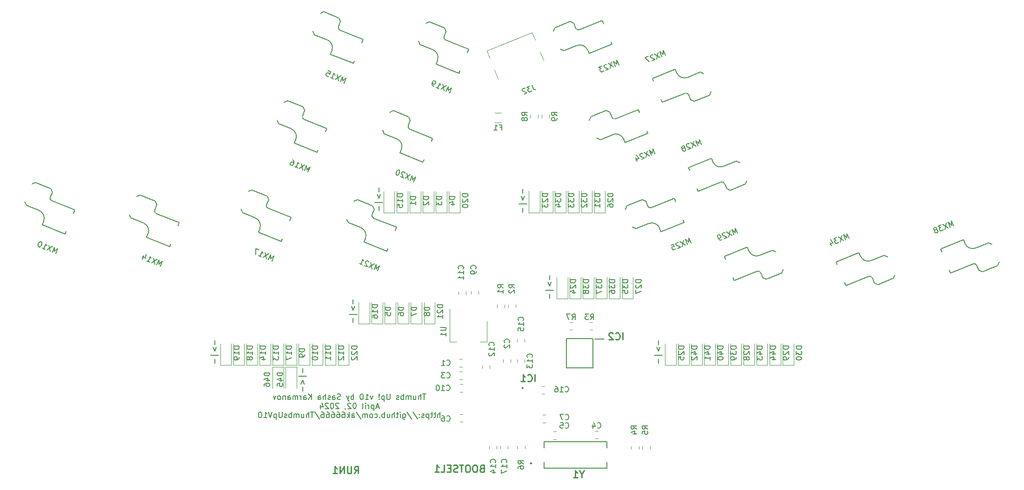
<source format=gbr>
G04 #@! TF.GenerationSoftware,KiCad,Pcbnew,(5.1.4)-1*
G04 #@! TF.CreationDate,2024-04-24T20:55:01-04:00*
G04 #@! TF.ProjectId,ThumbsUp,5468756d-6273-4557-902e-6b696361645f,rev?*
G04 #@! TF.SameCoordinates,Original*
G04 #@! TF.FileFunction,Legend,Bot*
G04 #@! TF.FilePolarity,Positive*
%FSLAX46Y46*%
G04 Gerber Fmt 4.6, Leading zero omitted, Abs format (unit mm)*
G04 Created by KiCad (PCBNEW (5.1.4)-1) date 2024-04-24 20:55:01*
%MOMM*%
%LPD*%
G04 APERTURE LIST*
%ADD10C,0.150000*%
%ADD11C,0.120000*%
%ADD12C,0.254000*%
%ADD13C,0.200000*%
G04 APERTURE END LIST*
D10*
X124721428Y-177804761D02*
X124721428Y-178566666D01*
X124435714Y-179042857D02*
X124721428Y-179804761D01*
X125007142Y-179042857D01*
X125435714Y-180519047D02*
X124007142Y-180519047D01*
X124721428Y-181233333D02*
X124721428Y-181995238D01*
X150921428Y-178104761D02*
X150921428Y-178866666D01*
X150635714Y-179342857D02*
X150921428Y-180104761D01*
X151207142Y-179342857D01*
X151635714Y-180819047D02*
X150207142Y-180819047D01*
X150921428Y-181533333D02*
X150921428Y-182295238D01*
X155771428Y-193804761D02*
X155771428Y-194566666D01*
X155485714Y-195042857D02*
X155771428Y-195804761D01*
X156057142Y-195042857D01*
X156485714Y-196519047D02*
X155057142Y-196519047D01*
X155771428Y-197233333D02*
X155771428Y-197995238D01*
X110836571Y-214923238D02*
X110836571Y-214161333D01*
X111122285Y-213685142D02*
X110836571Y-212923238D01*
X110550857Y-213685142D01*
X110122285Y-212208952D02*
X111550857Y-212208952D01*
X110836571Y-211494666D02*
X110836571Y-210732761D01*
X94813428Y-205676761D02*
X94813428Y-206438666D01*
X94527714Y-206914857D02*
X94813428Y-207676761D01*
X95099142Y-206914857D01*
X95527714Y-208391047D02*
X94099142Y-208391047D01*
X94813428Y-209105333D02*
X94813428Y-209867238D01*
X120011428Y-198218761D02*
X120011428Y-198980666D01*
X119725714Y-199456857D02*
X120011428Y-200218761D01*
X120297142Y-199456857D01*
X120725714Y-200933047D02*
X119297142Y-200933047D01*
X120011428Y-201647333D02*
X120011428Y-202409238D01*
X175585428Y-205676761D02*
X175585428Y-206438666D01*
X175299714Y-206914857D02*
X175585428Y-207676761D01*
X175871142Y-206914857D01*
X176299714Y-208391047D02*
X174871142Y-208391047D01*
X175585428Y-209105333D02*
X175585428Y-209867238D01*
X133254761Y-215452380D02*
X132683333Y-215452380D01*
X132969047Y-216452380D02*
X132969047Y-215452380D01*
X132350000Y-216452380D02*
X132350000Y-215452380D01*
X131921428Y-216452380D02*
X131921428Y-215928571D01*
X131969047Y-215833333D01*
X132064285Y-215785714D01*
X132207142Y-215785714D01*
X132302380Y-215833333D01*
X132350000Y-215880952D01*
X131016666Y-215785714D02*
X131016666Y-216452380D01*
X131445238Y-215785714D02*
X131445238Y-216309523D01*
X131397619Y-216404761D01*
X131302380Y-216452380D01*
X131159523Y-216452380D01*
X131064285Y-216404761D01*
X131016666Y-216357142D01*
X130540476Y-216452380D02*
X130540476Y-215785714D01*
X130540476Y-215880952D02*
X130492857Y-215833333D01*
X130397619Y-215785714D01*
X130254761Y-215785714D01*
X130159523Y-215833333D01*
X130111904Y-215928571D01*
X130111904Y-216452380D01*
X130111904Y-215928571D02*
X130064285Y-215833333D01*
X129969047Y-215785714D01*
X129826190Y-215785714D01*
X129730952Y-215833333D01*
X129683333Y-215928571D01*
X129683333Y-216452380D01*
X129207142Y-216452380D02*
X129207142Y-215452380D01*
X129207142Y-215833333D02*
X129111904Y-215785714D01*
X128921428Y-215785714D01*
X128826190Y-215833333D01*
X128778571Y-215880952D01*
X128730952Y-215976190D01*
X128730952Y-216261904D01*
X128778571Y-216357142D01*
X128826190Y-216404761D01*
X128921428Y-216452380D01*
X129111904Y-216452380D01*
X129207142Y-216404761D01*
X128350000Y-216404761D02*
X128254761Y-216452380D01*
X128064285Y-216452380D01*
X127969047Y-216404761D01*
X127921428Y-216309523D01*
X127921428Y-216261904D01*
X127969047Y-216166666D01*
X128064285Y-216119047D01*
X128207142Y-216119047D01*
X128302380Y-216071428D01*
X128350000Y-215976190D01*
X128350000Y-215928571D01*
X128302380Y-215833333D01*
X128207142Y-215785714D01*
X128064285Y-215785714D01*
X127969047Y-215833333D01*
X126730952Y-215452380D02*
X126730952Y-216261904D01*
X126683333Y-216357142D01*
X126635714Y-216404761D01*
X126540476Y-216452380D01*
X126350000Y-216452380D01*
X126254761Y-216404761D01*
X126207142Y-216357142D01*
X126159523Y-216261904D01*
X126159523Y-215452380D01*
X125683333Y-215785714D02*
X125683333Y-216785714D01*
X125683333Y-215833333D02*
X125588095Y-215785714D01*
X125397619Y-215785714D01*
X125302380Y-215833333D01*
X125254761Y-215880952D01*
X125207142Y-215976190D01*
X125207142Y-216261904D01*
X125254761Y-216357142D01*
X125302380Y-216404761D01*
X125397619Y-216452380D01*
X125588095Y-216452380D01*
X125683333Y-216404761D01*
X124778571Y-216357142D02*
X124730952Y-216404761D01*
X124778571Y-216452380D01*
X124826190Y-216404761D01*
X124778571Y-216357142D01*
X124778571Y-216452380D01*
X124778571Y-216071428D02*
X124826190Y-215500000D01*
X124778571Y-215452380D01*
X124730952Y-215500000D01*
X124778571Y-216071428D01*
X124778571Y-215452380D01*
X123635714Y-215785714D02*
X123397619Y-216452380D01*
X123159523Y-215785714D01*
X122254761Y-216452380D02*
X122826190Y-216452380D01*
X122540476Y-216452380D02*
X122540476Y-215452380D01*
X122635714Y-215595238D01*
X122730952Y-215690476D01*
X122826190Y-215738095D01*
X121635714Y-215452380D02*
X121540476Y-215452380D01*
X121445238Y-215500000D01*
X121397619Y-215547619D01*
X121350000Y-215642857D01*
X121302380Y-215833333D01*
X121302380Y-216071428D01*
X121350000Y-216261904D01*
X121397619Y-216357142D01*
X121445238Y-216404761D01*
X121540476Y-216452380D01*
X121635714Y-216452380D01*
X121730952Y-216404761D01*
X121778571Y-216357142D01*
X121826190Y-216261904D01*
X121873809Y-216071428D01*
X121873809Y-215833333D01*
X121826190Y-215642857D01*
X121778571Y-215547619D01*
X121730952Y-215500000D01*
X121635714Y-215452380D01*
X120111904Y-216452380D02*
X120111904Y-215452380D01*
X120111904Y-215833333D02*
X120016666Y-215785714D01*
X119826190Y-215785714D01*
X119730952Y-215833333D01*
X119683333Y-215880952D01*
X119635714Y-215976190D01*
X119635714Y-216261904D01*
X119683333Y-216357142D01*
X119730952Y-216404761D01*
X119826190Y-216452380D01*
X120016666Y-216452380D01*
X120111904Y-216404761D01*
X119302380Y-215785714D02*
X119064285Y-216452380D01*
X118826190Y-215785714D02*
X119064285Y-216452380D01*
X119159523Y-216690476D01*
X119207142Y-216738095D01*
X119302380Y-216785714D01*
X117730952Y-216404761D02*
X117588095Y-216452380D01*
X117350000Y-216452380D01*
X117254761Y-216404761D01*
X117207142Y-216357142D01*
X117159523Y-216261904D01*
X117159523Y-216166666D01*
X117207142Y-216071428D01*
X117254761Y-216023809D01*
X117350000Y-215976190D01*
X117540476Y-215928571D01*
X117635714Y-215880952D01*
X117683333Y-215833333D01*
X117730952Y-215738095D01*
X117730952Y-215642857D01*
X117683333Y-215547619D01*
X117635714Y-215500000D01*
X117540476Y-215452380D01*
X117302380Y-215452380D01*
X117159523Y-215500000D01*
X116302380Y-216452380D02*
X116302380Y-215928571D01*
X116350000Y-215833333D01*
X116445238Y-215785714D01*
X116635714Y-215785714D01*
X116730952Y-215833333D01*
X116302380Y-216404761D02*
X116397619Y-216452380D01*
X116635714Y-216452380D01*
X116730952Y-216404761D01*
X116778571Y-216309523D01*
X116778571Y-216214285D01*
X116730952Y-216119047D01*
X116635714Y-216071428D01*
X116397619Y-216071428D01*
X116302380Y-216023809D01*
X115873809Y-216404761D02*
X115778571Y-216452380D01*
X115588095Y-216452380D01*
X115492857Y-216404761D01*
X115445238Y-216309523D01*
X115445238Y-216261904D01*
X115492857Y-216166666D01*
X115588095Y-216119047D01*
X115730952Y-216119047D01*
X115826190Y-216071428D01*
X115873809Y-215976190D01*
X115873809Y-215928571D01*
X115826190Y-215833333D01*
X115730952Y-215785714D01*
X115588095Y-215785714D01*
X115492857Y-215833333D01*
X115016666Y-216452380D02*
X115016666Y-215452380D01*
X114588095Y-216452380D02*
X114588095Y-215928571D01*
X114635714Y-215833333D01*
X114730952Y-215785714D01*
X114873809Y-215785714D01*
X114969047Y-215833333D01*
X115016666Y-215880952D01*
X113683333Y-216452380D02*
X113683333Y-215928571D01*
X113730952Y-215833333D01*
X113826190Y-215785714D01*
X114016666Y-215785714D01*
X114111904Y-215833333D01*
X113683333Y-216404761D02*
X113778571Y-216452380D01*
X114016666Y-216452380D01*
X114111904Y-216404761D01*
X114159523Y-216309523D01*
X114159523Y-216214285D01*
X114111904Y-216119047D01*
X114016666Y-216071428D01*
X113778571Y-216071428D01*
X113683333Y-216023809D01*
X112445238Y-216452380D02*
X112445238Y-215452380D01*
X111873809Y-216452380D02*
X112302380Y-215880952D01*
X111873809Y-215452380D02*
X112445238Y-216023809D01*
X111016666Y-216452380D02*
X111016666Y-215928571D01*
X111064285Y-215833333D01*
X111159523Y-215785714D01*
X111350000Y-215785714D01*
X111445238Y-215833333D01*
X111016666Y-216404761D02*
X111111904Y-216452380D01*
X111350000Y-216452380D01*
X111445238Y-216404761D01*
X111492857Y-216309523D01*
X111492857Y-216214285D01*
X111445238Y-216119047D01*
X111350000Y-216071428D01*
X111111904Y-216071428D01*
X111016666Y-216023809D01*
X110540476Y-216452380D02*
X110540476Y-215785714D01*
X110540476Y-215976190D02*
X110492857Y-215880952D01*
X110445238Y-215833333D01*
X110350000Y-215785714D01*
X110254761Y-215785714D01*
X109921428Y-216452380D02*
X109921428Y-215785714D01*
X109921428Y-215880952D02*
X109873809Y-215833333D01*
X109778571Y-215785714D01*
X109635714Y-215785714D01*
X109540476Y-215833333D01*
X109492857Y-215928571D01*
X109492857Y-216452380D01*
X109492857Y-215928571D02*
X109445238Y-215833333D01*
X109350000Y-215785714D01*
X109207142Y-215785714D01*
X109111904Y-215833333D01*
X109064285Y-215928571D01*
X109064285Y-216452380D01*
X108159523Y-216452380D02*
X108159523Y-215928571D01*
X108207142Y-215833333D01*
X108302380Y-215785714D01*
X108492857Y-215785714D01*
X108588095Y-215833333D01*
X108159523Y-216404761D02*
X108254761Y-216452380D01*
X108492857Y-216452380D01*
X108588095Y-216404761D01*
X108635714Y-216309523D01*
X108635714Y-216214285D01*
X108588095Y-216119047D01*
X108492857Y-216071428D01*
X108254761Y-216071428D01*
X108159523Y-216023809D01*
X107683333Y-215785714D02*
X107683333Y-216452380D01*
X107683333Y-215880952D02*
X107635714Y-215833333D01*
X107540476Y-215785714D01*
X107397619Y-215785714D01*
X107302380Y-215833333D01*
X107254761Y-215928571D01*
X107254761Y-216452380D01*
X106635714Y-216452380D02*
X106730952Y-216404761D01*
X106778571Y-216357142D01*
X106826190Y-216261904D01*
X106826190Y-215976190D01*
X106778571Y-215880952D01*
X106730952Y-215833333D01*
X106635714Y-215785714D01*
X106492857Y-215785714D01*
X106397619Y-215833333D01*
X106350000Y-215880952D01*
X106302380Y-215976190D01*
X106302380Y-216261904D01*
X106350000Y-216357142D01*
X106397619Y-216404761D01*
X106492857Y-216452380D01*
X106635714Y-216452380D01*
X105969047Y-215785714D02*
X105730952Y-216452380D01*
X105492857Y-215785714D01*
X124707142Y-217816666D02*
X124230952Y-217816666D01*
X124802380Y-218102380D02*
X124469047Y-217102380D01*
X124135714Y-218102380D01*
X123802380Y-217435714D02*
X123802380Y-218435714D01*
X123802380Y-217483333D02*
X123707142Y-217435714D01*
X123516666Y-217435714D01*
X123421428Y-217483333D01*
X123373809Y-217530952D01*
X123326190Y-217626190D01*
X123326190Y-217911904D01*
X123373809Y-218007142D01*
X123421428Y-218054761D01*
X123516666Y-218102380D01*
X123707142Y-218102380D01*
X123802380Y-218054761D01*
X122897619Y-218102380D02*
X122897619Y-217435714D01*
X122897619Y-217626190D02*
X122850000Y-217530952D01*
X122802380Y-217483333D01*
X122707142Y-217435714D01*
X122611904Y-217435714D01*
X122278571Y-218102380D02*
X122278571Y-217435714D01*
X122278571Y-217102380D02*
X122326190Y-217150000D01*
X122278571Y-217197619D01*
X122230952Y-217150000D01*
X122278571Y-217102380D01*
X122278571Y-217197619D01*
X121659523Y-218102380D02*
X121754761Y-218054761D01*
X121802380Y-217959523D01*
X121802380Y-217102380D01*
X120326190Y-217102380D02*
X120230952Y-217102380D01*
X120135714Y-217150000D01*
X120088095Y-217197619D01*
X120040476Y-217292857D01*
X119992857Y-217483333D01*
X119992857Y-217721428D01*
X120040476Y-217911904D01*
X120088095Y-218007142D01*
X120135714Y-218054761D01*
X120230952Y-218102380D01*
X120326190Y-218102380D01*
X120421428Y-218054761D01*
X120469047Y-218007142D01*
X120516666Y-217911904D01*
X120564285Y-217721428D01*
X120564285Y-217483333D01*
X120516666Y-217292857D01*
X120469047Y-217197619D01*
X120421428Y-217150000D01*
X120326190Y-217102380D01*
X119611904Y-217197619D02*
X119564285Y-217150000D01*
X119469047Y-217102380D01*
X119230952Y-217102380D01*
X119135714Y-217150000D01*
X119088095Y-217197619D01*
X119040476Y-217292857D01*
X119040476Y-217388095D01*
X119088095Y-217530952D01*
X119659523Y-218102380D01*
X119040476Y-218102380D01*
X118564285Y-218054761D02*
X118564285Y-218102380D01*
X118611904Y-218197619D01*
X118659523Y-218245238D01*
X117421428Y-217197619D02*
X117373809Y-217150000D01*
X117278571Y-217102380D01*
X117040476Y-217102380D01*
X116945238Y-217150000D01*
X116897619Y-217197619D01*
X116850000Y-217292857D01*
X116850000Y-217388095D01*
X116897619Y-217530952D01*
X117469047Y-218102380D01*
X116850000Y-218102380D01*
X116230952Y-217102380D02*
X116135714Y-217102380D01*
X116040476Y-217150000D01*
X115992857Y-217197619D01*
X115945238Y-217292857D01*
X115897619Y-217483333D01*
X115897619Y-217721428D01*
X115945238Y-217911904D01*
X115992857Y-218007142D01*
X116040476Y-218054761D01*
X116135714Y-218102380D01*
X116230952Y-218102380D01*
X116326190Y-218054761D01*
X116373809Y-218007142D01*
X116421428Y-217911904D01*
X116469047Y-217721428D01*
X116469047Y-217483333D01*
X116421428Y-217292857D01*
X116373809Y-217197619D01*
X116326190Y-217150000D01*
X116230952Y-217102380D01*
X115516666Y-217197619D02*
X115469047Y-217150000D01*
X115373809Y-217102380D01*
X115135714Y-217102380D01*
X115040476Y-217150000D01*
X114992857Y-217197619D01*
X114945238Y-217292857D01*
X114945238Y-217388095D01*
X114992857Y-217530952D01*
X115564285Y-218102380D01*
X114945238Y-218102380D01*
X114088095Y-217435714D02*
X114088095Y-218102380D01*
X114326190Y-217054761D02*
X114564285Y-217769047D01*
X113945238Y-217769047D01*
X135850000Y-219752380D02*
X135850000Y-218752380D01*
X135421428Y-219752380D02*
X135421428Y-219228571D01*
X135469047Y-219133333D01*
X135564285Y-219085714D01*
X135707142Y-219085714D01*
X135802380Y-219133333D01*
X135850000Y-219180952D01*
X135088095Y-219085714D02*
X134707142Y-219085714D01*
X134945238Y-218752380D02*
X134945238Y-219609523D01*
X134897619Y-219704761D01*
X134802380Y-219752380D01*
X134707142Y-219752380D01*
X134516666Y-219085714D02*
X134135714Y-219085714D01*
X134373809Y-218752380D02*
X134373809Y-219609523D01*
X134326190Y-219704761D01*
X134230952Y-219752380D01*
X134135714Y-219752380D01*
X133802380Y-219085714D02*
X133802380Y-220085714D01*
X133802380Y-219133333D02*
X133707142Y-219085714D01*
X133516666Y-219085714D01*
X133421428Y-219133333D01*
X133373809Y-219180952D01*
X133326190Y-219276190D01*
X133326190Y-219561904D01*
X133373809Y-219657142D01*
X133421428Y-219704761D01*
X133516666Y-219752380D01*
X133707142Y-219752380D01*
X133802380Y-219704761D01*
X132945238Y-219704761D02*
X132850000Y-219752380D01*
X132659523Y-219752380D01*
X132564285Y-219704761D01*
X132516666Y-219609523D01*
X132516666Y-219561904D01*
X132564285Y-219466666D01*
X132659523Y-219419047D01*
X132802380Y-219419047D01*
X132897619Y-219371428D01*
X132945238Y-219276190D01*
X132945238Y-219228571D01*
X132897619Y-219133333D01*
X132802380Y-219085714D01*
X132659523Y-219085714D01*
X132564285Y-219133333D01*
X132088095Y-219657142D02*
X132040476Y-219704761D01*
X132088095Y-219752380D01*
X132135714Y-219704761D01*
X132088095Y-219657142D01*
X132088095Y-219752380D01*
X132088095Y-219133333D02*
X132040476Y-219180952D01*
X132088095Y-219228571D01*
X132135714Y-219180952D01*
X132088095Y-219133333D01*
X132088095Y-219228571D01*
X130897619Y-218704761D02*
X131754761Y-219990476D01*
X129850000Y-218704761D02*
X130707142Y-219990476D01*
X129088095Y-219085714D02*
X129088095Y-219895238D01*
X129135714Y-219990476D01*
X129183333Y-220038095D01*
X129278571Y-220085714D01*
X129421428Y-220085714D01*
X129516666Y-220038095D01*
X129088095Y-219704761D02*
X129183333Y-219752380D01*
X129373809Y-219752380D01*
X129469047Y-219704761D01*
X129516666Y-219657142D01*
X129564285Y-219561904D01*
X129564285Y-219276190D01*
X129516666Y-219180952D01*
X129469047Y-219133333D01*
X129373809Y-219085714D01*
X129183333Y-219085714D01*
X129088095Y-219133333D01*
X128611904Y-219752380D02*
X128611904Y-219085714D01*
X128611904Y-218752380D02*
X128659523Y-218800000D01*
X128611904Y-218847619D01*
X128564285Y-218800000D01*
X128611904Y-218752380D01*
X128611904Y-218847619D01*
X128278571Y-219085714D02*
X127897619Y-219085714D01*
X128135714Y-218752380D02*
X128135714Y-219609523D01*
X128088095Y-219704761D01*
X127992857Y-219752380D01*
X127897619Y-219752380D01*
X127564285Y-219752380D02*
X127564285Y-218752380D01*
X127135714Y-219752380D02*
X127135714Y-219228571D01*
X127183333Y-219133333D01*
X127278571Y-219085714D01*
X127421428Y-219085714D01*
X127516666Y-219133333D01*
X127564285Y-219180952D01*
X126230952Y-219085714D02*
X126230952Y-219752380D01*
X126659523Y-219085714D02*
X126659523Y-219609523D01*
X126611904Y-219704761D01*
X126516666Y-219752380D01*
X126373809Y-219752380D01*
X126278571Y-219704761D01*
X126230952Y-219657142D01*
X125754761Y-219752380D02*
X125754761Y-218752380D01*
X125754761Y-219133333D02*
X125659523Y-219085714D01*
X125469047Y-219085714D01*
X125373809Y-219133333D01*
X125326190Y-219180952D01*
X125278571Y-219276190D01*
X125278571Y-219561904D01*
X125326190Y-219657142D01*
X125373809Y-219704761D01*
X125469047Y-219752380D01*
X125659523Y-219752380D01*
X125754761Y-219704761D01*
X124850000Y-219657142D02*
X124802380Y-219704761D01*
X124850000Y-219752380D01*
X124897619Y-219704761D01*
X124850000Y-219657142D01*
X124850000Y-219752380D01*
X123945238Y-219704761D02*
X124040476Y-219752380D01*
X124230952Y-219752380D01*
X124326190Y-219704761D01*
X124373809Y-219657142D01*
X124421428Y-219561904D01*
X124421428Y-219276190D01*
X124373809Y-219180952D01*
X124326190Y-219133333D01*
X124230952Y-219085714D01*
X124040476Y-219085714D01*
X123945238Y-219133333D01*
X123373809Y-219752380D02*
X123469047Y-219704761D01*
X123516666Y-219657142D01*
X123564285Y-219561904D01*
X123564285Y-219276190D01*
X123516666Y-219180952D01*
X123469047Y-219133333D01*
X123373809Y-219085714D01*
X123230952Y-219085714D01*
X123135714Y-219133333D01*
X123088095Y-219180952D01*
X123040476Y-219276190D01*
X123040476Y-219561904D01*
X123088095Y-219657142D01*
X123135714Y-219704761D01*
X123230952Y-219752380D01*
X123373809Y-219752380D01*
X122611904Y-219752380D02*
X122611904Y-219085714D01*
X122611904Y-219180952D02*
X122564285Y-219133333D01*
X122469047Y-219085714D01*
X122326190Y-219085714D01*
X122230952Y-219133333D01*
X122183333Y-219228571D01*
X122183333Y-219752380D01*
X122183333Y-219228571D02*
X122135714Y-219133333D01*
X122040476Y-219085714D01*
X121897619Y-219085714D01*
X121802380Y-219133333D01*
X121754761Y-219228571D01*
X121754761Y-219752380D01*
X120564285Y-218704761D02*
X121421428Y-219990476D01*
X119802380Y-219752380D02*
X119802380Y-219228571D01*
X119850000Y-219133333D01*
X119945238Y-219085714D01*
X120135714Y-219085714D01*
X120230952Y-219133333D01*
X119802380Y-219704761D02*
X119897619Y-219752380D01*
X120135714Y-219752380D01*
X120230952Y-219704761D01*
X120278571Y-219609523D01*
X120278571Y-219514285D01*
X120230952Y-219419047D01*
X120135714Y-219371428D01*
X119897619Y-219371428D01*
X119802380Y-219323809D01*
X119326190Y-219752380D02*
X119326190Y-218752380D01*
X119230952Y-219371428D02*
X118945238Y-219752380D01*
X118945238Y-219085714D02*
X119326190Y-219466666D01*
X118088095Y-218752380D02*
X118278571Y-218752380D01*
X118373809Y-218800000D01*
X118421428Y-218847619D01*
X118516666Y-218990476D01*
X118564285Y-219180952D01*
X118564285Y-219561904D01*
X118516666Y-219657142D01*
X118469047Y-219704761D01*
X118373809Y-219752380D01*
X118183333Y-219752380D01*
X118088095Y-219704761D01*
X118040476Y-219657142D01*
X117992857Y-219561904D01*
X117992857Y-219323809D01*
X118040476Y-219228571D01*
X118088095Y-219180952D01*
X118183333Y-219133333D01*
X118373809Y-219133333D01*
X118469047Y-219180952D01*
X118516666Y-219228571D01*
X118564285Y-219323809D01*
X117135714Y-218752380D02*
X117326190Y-218752380D01*
X117421428Y-218800000D01*
X117469047Y-218847619D01*
X117564285Y-218990476D01*
X117611904Y-219180952D01*
X117611904Y-219561904D01*
X117564285Y-219657142D01*
X117516666Y-219704761D01*
X117421428Y-219752380D01*
X117230952Y-219752380D01*
X117135714Y-219704761D01*
X117088095Y-219657142D01*
X117040476Y-219561904D01*
X117040476Y-219323809D01*
X117088095Y-219228571D01*
X117135714Y-219180952D01*
X117230952Y-219133333D01*
X117421428Y-219133333D01*
X117516666Y-219180952D01*
X117564285Y-219228571D01*
X117611904Y-219323809D01*
X116183333Y-218752380D02*
X116373809Y-218752380D01*
X116469047Y-218800000D01*
X116516666Y-218847619D01*
X116611904Y-218990476D01*
X116659523Y-219180952D01*
X116659523Y-219561904D01*
X116611904Y-219657142D01*
X116564285Y-219704761D01*
X116469047Y-219752380D01*
X116278571Y-219752380D01*
X116183333Y-219704761D01*
X116135714Y-219657142D01*
X116088095Y-219561904D01*
X116088095Y-219323809D01*
X116135714Y-219228571D01*
X116183333Y-219180952D01*
X116278571Y-219133333D01*
X116469047Y-219133333D01*
X116564285Y-219180952D01*
X116611904Y-219228571D01*
X116659523Y-219323809D01*
X115230952Y-218752380D02*
X115421428Y-218752380D01*
X115516666Y-218800000D01*
X115564285Y-218847619D01*
X115659523Y-218990476D01*
X115707142Y-219180952D01*
X115707142Y-219561904D01*
X115659523Y-219657142D01*
X115611904Y-219704761D01*
X115516666Y-219752380D01*
X115326190Y-219752380D01*
X115230952Y-219704761D01*
X115183333Y-219657142D01*
X115135714Y-219561904D01*
X115135714Y-219323809D01*
X115183333Y-219228571D01*
X115230952Y-219180952D01*
X115326190Y-219133333D01*
X115516666Y-219133333D01*
X115611904Y-219180952D01*
X115659523Y-219228571D01*
X115707142Y-219323809D01*
X114278571Y-218752380D02*
X114469047Y-218752380D01*
X114564285Y-218800000D01*
X114611904Y-218847619D01*
X114707142Y-218990476D01*
X114754761Y-219180952D01*
X114754761Y-219561904D01*
X114707142Y-219657142D01*
X114659523Y-219704761D01*
X114564285Y-219752380D01*
X114373809Y-219752380D01*
X114278571Y-219704761D01*
X114230952Y-219657142D01*
X114183333Y-219561904D01*
X114183333Y-219323809D01*
X114230952Y-219228571D01*
X114278571Y-219180952D01*
X114373809Y-219133333D01*
X114564285Y-219133333D01*
X114659523Y-219180952D01*
X114707142Y-219228571D01*
X114754761Y-219323809D01*
X113040476Y-218704761D02*
X113897619Y-219990476D01*
X112850000Y-218752380D02*
X112278571Y-218752380D01*
X112564285Y-219752380D02*
X112564285Y-218752380D01*
X111945238Y-219752380D02*
X111945238Y-218752380D01*
X111516666Y-219752380D02*
X111516666Y-219228571D01*
X111564285Y-219133333D01*
X111659523Y-219085714D01*
X111802380Y-219085714D01*
X111897619Y-219133333D01*
X111945238Y-219180952D01*
X110611904Y-219085714D02*
X110611904Y-219752380D01*
X111040476Y-219085714D02*
X111040476Y-219609523D01*
X110992857Y-219704761D01*
X110897619Y-219752380D01*
X110754761Y-219752380D01*
X110659523Y-219704761D01*
X110611904Y-219657142D01*
X110135714Y-219752380D02*
X110135714Y-219085714D01*
X110135714Y-219180952D02*
X110088095Y-219133333D01*
X109992857Y-219085714D01*
X109850000Y-219085714D01*
X109754761Y-219133333D01*
X109707142Y-219228571D01*
X109707142Y-219752380D01*
X109707142Y-219228571D02*
X109659523Y-219133333D01*
X109564285Y-219085714D01*
X109421428Y-219085714D01*
X109326190Y-219133333D01*
X109278571Y-219228571D01*
X109278571Y-219752380D01*
X108802380Y-219752380D02*
X108802380Y-218752380D01*
X108802380Y-219133333D02*
X108707142Y-219085714D01*
X108516666Y-219085714D01*
X108421428Y-219133333D01*
X108373809Y-219180952D01*
X108326190Y-219276190D01*
X108326190Y-219561904D01*
X108373809Y-219657142D01*
X108421428Y-219704761D01*
X108516666Y-219752380D01*
X108707142Y-219752380D01*
X108802380Y-219704761D01*
X107945238Y-219704761D02*
X107850000Y-219752380D01*
X107659523Y-219752380D01*
X107564285Y-219704761D01*
X107516666Y-219609523D01*
X107516666Y-219561904D01*
X107564285Y-219466666D01*
X107659523Y-219419047D01*
X107802380Y-219419047D01*
X107897619Y-219371428D01*
X107945238Y-219276190D01*
X107945238Y-219228571D01*
X107897619Y-219133333D01*
X107802380Y-219085714D01*
X107659523Y-219085714D01*
X107564285Y-219133333D01*
X107088095Y-218752380D02*
X107088095Y-219561904D01*
X107040476Y-219657142D01*
X106992857Y-219704761D01*
X106897619Y-219752380D01*
X106707142Y-219752380D01*
X106611904Y-219704761D01*
X106564285Y-219657142D01*
X106516666Y-219561904D01*
X106516666Y-218752380D01*
X106040476Y-219085714D02*
X106040476Y-220085714D01*
X106040476Y-219133333D02*
X105945238Y-219085714D01*
X105754761Y-219085714D01*
X105659523Y-219133333D01*
X105611904Y-219180952D01*
X105564285Y-219276190D01*
X105564285Y-219561904D01*
X105611904Y-219657142D01*
X105659523Y-219704761D01*
X105754761Y-219752380D01*
X105945238Y-219752380D01*
X106040476Y-219704761D01*
X105278571Y-218752380D02*
X104945238Y-219752380D01*
X104611904Y-218752380D01*
X103754761Y-219752380D02*
X104326190Y-219752380D01*
X104040476Y-219752380D02*
X104040476Y-218752380D01*
X104135714Y-218895238D01*
X104230952Y-218990476D01*
X104326190Y-219038095D01*
X103135714Y-218752380D02*
X103040476Y-218752380D01*
X102945238Y-218800000D01*
X102897619Y-218847619D01*
X102850000Y-218942857D01*
X102802380Y-219133333D01*
X102802380Y-219371428D01*
X102850000Y-219561904D01*
X102897619Y-219657142D01*
X102945238Y-219704761D01*
X103040476Y-219752380D01*
X103135714Y-219752380D01*
X103230952Y-219704761D01*
X103278571Y-219657142D01*
X103326190Y-219561904D01*
X103373809Y-219371428D01*
X103373809Y-219133333D01*
X103326190Y-218942857D01*
X103278571Y-218847619D01*
X103230952Y-218800000D01*
X103135714Y-218752380D01*
X226993125Y-189046543D02*
X227180428Y-189510135D01*
X231165452Y-187360813D02*
X226993125Y-189046543D01*
X231427677Y-188009842D02*
X231165452Y-187360813D01*
X232926104Y-191718578D02*
G75*
G02X233576998Y-191994866I187303J-463591D01*
G01*
X237384052Y-192074519D02*
X234602500Y-193198338D01*
X237660340Y-191423623D02*
X237384052Y-192074519D01*
X236349217Y-188178480D02*
X235698322Y-187902191D01*
X228753776Y-193404307D02*
X232926103Y-191718577D01*
X233576998Y-191994866D02*
X233951605Y-192922050D01*
X234602500Y-193198338D02*
X233951605Y-192922050D01*
X233380363Y-188838708D02*
G75*
G02X231427677Y-188009842I-561910J1390776D01*
G01*
X235698322Y-187902191D02*
X233380363Y-188838708D01*
X228529012Y-192847997D02*
X228753776Y-193404307D01*
X207967191Y-191340846D02*
X208154494Y-191804438D01*
X212139518Y-189655116D02*
X207967191Y-191340846D01*
X212401743Y-190304145D02*
X212139518Y-189655116D01*
X213900170Y-194012881D02*
G75*
G02X214551064Y-194289169I187303J-463591D01*
G01*
X218358118Y-194368822D02*
X215576566Y-195492641D01*
X218634406Y-193717926D02*
X218358118Y-194368822D01*
X217323283Y-190472783D02*
X216672388Y-190196494D01*
X209727842Y-195698610D02*
X213900169Y-194012880D01*
X214551064Y-194289169D02*
X214925671Y-195216353D01*
X215576566Y-195492641D02*
X214925671Y-195216353D01*
X214354429Y-191133011D02*
G75*
G02X212401743Y-190304145I-561910J1390776D01*
G01*
X216672388Y-190196494D02*
X214354429Y-191133011D01*
X209503078Y-195142300D02*
X209727842Y-195698610D01*
X187630133Y-190390005D02*
X187817436Y-190853597D01*
X191802460Y-188704275D02*
X187630133Y-190390005D01*
X192064685Y-189353304D02*
X191802460Y-188704275D01*
X193563112Y-193062040D02*
G75*
G02X194214006Y-193338328I187303J-463591D01*
G01*
X198021060Y-193417981D02*
X195239508Y-194541800D01*
X198297348Y-192767085D02*
X198021060Y-193417981D01*
X196986225Y-189521942D02*
X196335330Y-189245653D01*
X189390784Y-194747769D02*
X193563111Y-193062039D01*
X194214006Y-193338328D02*
X194588613Y-194265512D01*
X195239508Y-194541800D02*
X194588613Y-194265512D01*
X194017371Y-190182170D02*
G75*
G02X192064685Y-189353304I-561910J1390776D01*
G01*
X196335330Y-189245653D02*
X194017371Y-190182170D01*
X189166020Y-194191459D02*
X189390784Y-194747769D01*
X181074518Y-174164287D02*
X181261821Y-174627879D01*
X185246845Y-172478557D02*
X181074518Y-174164287D01*
X185509070Y-173127586D02*
X185246845Y-172478557D01*
X187007497Y-176836322D02*
G75*
G02X187658391Y-177112610I187303J-463591D01*
G01*
X191465445Y-177192263D02*
X188683893Y-178316082D01*
X191741733Y-176541367D02*
X191465445Y-177192263D01*
X190430610Y-173296224D02*
X189779715Y-173019935D01*
X182835169Y-178522051D02*
X187007496Y-176836321D01*
X187658391Y-177112610D02*
X188032998Y-178039794D01*
X188683893Y-178316082D02*
X188032998Y-178039794D01*
X187461756Y-173956452D02*
G75*
G02X185509070Y-173127586I-561910J1390776D01*
G01*
X189779715Y-173019935D02*
X187461756Y-173956452D01*
X182610405Y-177965741D02*
X182835169Y-178522051D01*
X174518903Y-157938570D02*
X174706206Y-158402162D01*
X178691230Y-156252840D02*
X174518903Y-157938570D01*
X178953455Y-156901869D02*
X178691230Y-156252840D01*
X180451882Y-160610605D02*
G75*
G02X181102776Y-160886893I187303J-463591D01*
G01*
X184909830Y-160966546D02*
X182128278Y-162090365D01*
X185186118Y-160315650D02*
X184909830Y-160966546D01*
X183874995Y-157070507D02*
X183224100Y-156794218D01*
X176279554Y-162296334D02*
X180451881Y-160610604D01*
X181102776Y-160886893D02*
X181477383Y-161814077D01*
X182128278Y-162090365D02*
X181477383Y-161814077D01*
X180906141Y-157730735D02*
G75*
G02X178953455Y-156901869I-561910J1390776D01*
G01*
X183224100Y-156794218D02*
X180906141Y-157730735D01*
X176054790Y-161740024D02*
X176279554Y-162296334D01*
X180260166Y-184162631D02*
X180072863Y-183699039D01*
X176087839Y-185848361D02*
X180260166Y-184162631D01*
X175825614Y-185199332D02*
X176087839Y-185848361D01*
X174327187Y-181490596D02*
G75*
G02X173676293Y-181214308I-187303J463591D01*
G01*
X169869239Y-181134655D02*
X172650791Y-180010836D01*
X169592951Y-181785551D02*
X169869239Y-181134655D01*
X170904074Y-185030694D02*
X171554969Y-185306983D01*
X178499515Y-179804867D02*
X174327188Y-181490597D01*
X173676293Y-181214308D02*
X173301686Y-180287124D01*
X172650791Y-180010836D02*
X173301686Y-180287124D01*
X173872928Y-184370466D02*
G75*
G02X175825614Y-185199332I561910J-1390776D01*
G01*
X171554969Y-185306983D02*
X173872928Y-184370466D01*
X178724279Y-180361177D02*
X178499515Y-179804867D01*
X173704551Y-167936914D02*
X173517248Y-167473322D01*
X169532224Y-169622644D02*
X173704551Y-167936914D01*
X169269999Y-168973615D02*
X169532224Y-169622644D01*
X167771572Y-165264879D02*
G75*
G02X167120678Y-164988591I-187303J463591D01*
G01*
X163313624Y-164908938D02*
X166095176Y-163785119D01*
X163037336Y-165559834D02*
X163313624Y-164908938D01*
X164348459Y-168804977D02*
X164999354Y-169081266D01*
X171943900Y-163579150D02*
X167771573Y-165264880D01*
X167120678Y-164988591D02*
X166746071Y-164061407D01*
X166095176Y-163785119D02*
X166746071Y-164061407D01*
X167317313Y-168144749D02*
G75*
G02X169269999Y-168973615I561910J-1390776D01*
G01*
X164999354Y-169081266D02*
X167317313Y-168144749D01*
X172168664Y-164135460D02*
X171943900Y-163579150D01*
X167148936Y-151711196D02*
X166961633Y-151247604D01*
X162976609Y-153396926D02*
X167148936Y-151711196D01*
X162714384Y-152747897D02*
X162976609Y-153396926D01*
X161215957Y-149039161D02*
G75*
G02X160565063Y-148762873I-187303J463591D01*
G01*
X156758009Y-148683220D02*
X159539561Y-147559401D01*
X156481721Y-149334116D02*
X156758009Y-148683220D01*
X157792844Y-152579259D02*
X158443739Y-152855548D01*
X165388285Y-147353432D02*
X161215958Y-149039162D01*
X160565063Y-148762873D02*
X160190456Y-147835689D01*
X159539561Y-147559401D02*
X160190456Y-147835689D01*
X160761698Y-151919031D02*
G75*
G02X162714384Y-152747897I561910J-1390776D01*
G01*
X158443739Y-152855548D02*
X160761698Y-151919031D01*
X165613049Y-147909742D02*
X165388285Y-147353432D01*
X126172910Y-189430549D02*
X126360213Y-188966957D01*
X122000583Y-187744820D02*
X126172910Y-189430549D01*
X122262807Y-187095791D02*
X122000583Y-187744820D01*
X123761233Y-183387056D02*
G75*
G02X123484945Y-182736160I187304J463592D01*
G01*
X120801711Y-180034262D02*
X123583263Y-181158081D01*
X120150816Y-180310550D02*
X120801711Y-180034262D01*
X118839693Y-183555694D02*
X119115982Y-184206589D01*
X127933561Y-185072785D02*
X123761234Y-183387056D01*
X123484945Y-182736160D02*
X123859551Y-181808977D01*
X123583263Y-181158081D02*
X123859551Y-181808977D01*
X121433941Y-185143105D02*
G75*
G02X122262807Y-187095791I-561910J-1390776D01*
G01*
X119115982Y-184206589D02*
X121433941Y-185143105D01*
X127708797Y-185629096D02*
X127933561Y-185072785D01*
X132728525Y-173204832D02*
X132915828Y-172741240D01*
X128556198Y-171519103D02*
X132728525Y-173204832D01*
X128818422Y-170870074D02*
X128556198Y-171519103D01*
X130316848Y-167161339D02*
G75*
G02X130040560Y-166510443I187304J463592D01*
G01*
X127357326Y-163808545D02*
X130138878Y-164932364D01*
X126706431Y-164084833D02*
X127357326Y-163808545D01*
X125395308Y-167329977D02*
X125671597Y-167980872D01*
X134489176Y-168847068D02*
X130316849Y-167161339D01*
X130040560Y-166510443D02*
X130415166Y-165583260D01*
X130138878Y-164932364D02*
X130415166Y-165583260D01*
X127989556Y-168917388D02*
G75*
G02X128818422Y-170870074I-561910J-1390776D01*
G01*
X125671597Y-167980872D02*
X127989556Y-168917388D01*
X134264412Y-169403379D02*
X134489176Y-168847068D01*
X139284141Y-156979114D02*
X139471444Y-156515522D01*
X135111814Y-155293385D02*
X139284141Y-156979114D01*
X135374038Y-154644356D02*
X135111814Y-155293385D01*
X136872464Y-150935621D02*
G75*
G02X136596176Y-150284725I187304J463592D01*
G01*
X133912942Y-147582827D02*
X136694494Y-148706646D01*
X133262047Y-147859115D02*
X133912942Y-147582827D01*
X131950924Y-151104259D02*
X132227213Y-151755154D01*
X141044792Y-152621350D02*
X136872465Y-150935621D01*
X136596176Y-150284725D02*
X136970782Y-149357542D01*
X136694494Y-148706646D02*
X136970782Y-149357542D01*
X134545172Y-152691670D02*
G75*
G02X135374038Y-154644356I-561910J-1390776D01*
G01*
X132227213Y-151755154D02*
X134545172Y-152691670D01*
X140820028Y-153177661D02*
X141044792Y-152621350D01*
X106946189Y-187631879D02*
X107133492Y-187168287D01*
X102773862Y-185946150D02*
X106946189Y-187631879D01*
X103036086Y-185297121D02*
X102773862Y-185946150D01*
X104534512Y-181588386D02*
G75*
G02X104258224Y-180937490I187304J463592D01*
G01*
X101574990Y-178235592D02*
X104356542Y-179359411D01*
X100924095Y-178511880D02*
X101574990Y-178235592D01*
X99612972Y-181757024D02*
X99889261Y-182407919D01*
X108706840Y-183274115D02*
X104534513Y-181588386D01*
X104258224Y-180937490D02*
X104632830Y-180010307D01*
X104356542Y-179359411D02*
X104632830Y-180010307D01*
X102207220Y-183344435D02*
G75*
G02X103036086Y-185297121I-561910J-1390776D01*
G01*
X99889261Y-182407919D02*
X102207220Y-183344435D01*
X108482076Y-183830426D02*
X108706840Y-183274115D01*
X113501804Y-171406161D02*
X113689107Y-170942569D01*
X109329477Y-169720432D02*
X113501804Y-171406161D01*
X109591701Y-169071403D02*
X109329477Y-169720432D01*
X111090127Y-165362668D02*
G75*
G02X110813839Y-164711772I187304J463592D01*
G01*
X108130605Y-162009874D02*
X110912157Y-163133693D01*
X107479710Y-162286162D02*
X108130605Y-162009874D01*
X106168587Y-165531306D02*
X106444876Y-166182201D01*
X115262455Y-167048397D02*
X111090128Y-165362668D01*
X110813839Y-164711772D02*
X111188445Y-163784589D01*
X110912157Y-163133693D02*
X111188445Y-163784589D01*
X108762835Y-167118717D02*
G75*
G02X109591701Y-169071403I-561910J-1390776D01*
G01*
X106444876Y-166182201D02*
X108762835Y-167118717D01*
X115037691Y-167604708D02*
X115262455Y-167048397D01*
X120057420Y-155180444D02*
X120244723Y-154716852D01*
X115885093Y-153494715D02*
X120057420Y-155180444D01*
X116147317Y-152845686D02*
X115885093Y-153494715D01*
X117645743Y-149136951D02*
G75*
G02X117369455Y-148486055I187304J463592D01*
G01*
X114686221Y-145784157D02*
X117467773Y-146907976D01*
X114035326Y-146060445D02*
X114686221Y-145784157D01*
X112724203Y-149305589D02*
X113000492Y-149956484D01*
X121818071Y-150822680D02*
X117645744Y-149136951D01*
X117369455Y-148486055D02*
X117744061Y-147558872D01*
X117467773Y-146907976D02*
X117744061Y-147558872D01*
X115318451Y-150893000D02*
G75*
G02X116147317Y-152845686I-561910J-1390776D01*
G01*
X113000492Y-149956484D02*
X115318451Y-150893000D01*
X121593307Y-151378991D02*
X121818071Y-150822680D01*
X86609131Y-188582720D02*
X86796434Y-188119128D01*
X82436804Y-186896991D02*
X86609131Y-188582720D01*
X82699028Y-186247962D02*
X82436804Y-186896991D01*
X84197454Y-182539227D02*
G75*
G02X83921166Y-181888331I187304J463592D01*
G01*
X81237932Y-179186433D02*
X84019484Y-180310252D01*
X80587037Y-179462721D02*
X81237932Y-179186433D01*
X79275914Y-182707865D02*
X79552203Y-183358760D01*
X88369782Y-184224956D02*
X84197455Y-182539227D01*
X83921166Y-181888331D02*
X84295772Y-180961148D01*
X84019484Y-180310252D02*
X84295772Y-180961148D01*
X81870162Y-184295276D02*
G75*
G02X82699028Y-186247962I-561910J-1390776D01*
G01*
X79552203Y-183358760D02*
X81870162Y-184295276D01*
X88145018Y-184781267D02*
X88369782Y-184224956D01*
X67583197Y-186288417D02*
X67770500Y-185824825D01*
X63410870Y-184602688D02*
X67583197Y-186288417D01*
X63673094Y-183953659D02*
X63410870Y-184602688D01*
X65171520Y-180244924D02*
G75*
G02X64895232Y-179594028I187304J463592D01*
G01*
X62211998Y-176892130D02*
X64993550Y-178015949D01*
X61561103Y-177168418D02*
X62211998Y-176892130D01*
X60249980Y-180413562D02*
X60526269Y-181064457D01*
X69343848Y-181930653D02*
X65171521Y-180244924D01*
X64895232Y-179594028D02*
X65269838Y-178666845D01*
X64993550Y-178015949D02*
X65269838Y-178666845D01*
X62844228Y-182000973D02*
G75*
G02X63673094Y-183953659I-561910J-1390776D01*
G01*
X60526269Y-181064457D02*
X62844228Y-182000973D01*
X69119084Y-182486964D02*
X69343848Y-181930653D01*
D11*
X105350000Y-210550000D02*
X105350000Y-214450000D01*
X107350000Y-210550000D02*
X107350000Y-214450000D01*
X105350000Y-210550000D02*
X107350000Y-210550000D01*
X107750000Y-210550000D02*
X107750000Y-214450000D01*
X109750000Y-210550000D02*
X109750000Y-214450000D01*
X107750000Y-210550000D02*
X109750000Y-210550000D01*
X154340000Y-165096078D02*
X154340000Y-164578922D01*
X155760000Y-165096078D02*
X155760000Y-164578922D01*
X153660000Y-164578922D02*
X153660000Y-165096078D01*
X152240000Y-164578922D02*
X152240000Y-165096078D01*
X146406475Y-158005705D02*
X145732183Y-156336774D01*
X144342392Y-152896922D02*
X144889318Y-154250610D01*
X152631416Y-149547939D02*
X153178342Y-150901627D01*
X154695498Y-154656722D02*
X154021206Y-152987791D01*
X152631416Y-149547939D02*
X144342392Y-152896922D01*
D12*
X150983000Y-214340000D02*
G75*
G03X150983000Y-214340000I-100000J0D01*
G01*
D11*
X178800000Y-210212500D02*
X178800000Y-206312500D01*
X176800000Y-210212500D02*
X176800000Y-206312500D01*
X178800000Y-210212500D02*
X176800000Y-210212500D01*
D12*
X152548880Y-228078000D02*
G75*
G03X152548880Y-228078000I-125880J0D01*
G01*
D13*
X166228000Y-228968000D02*
X166228000Y-227868000D01*
X166228000Y-224168000D02*
X166228000Y-225268000D01*
X154828000Y-224168000D02*
X154828000Y-225268000D01*
X154828000Y-228968000D02*
X154828000Y-227868000D01*
X154828000Y-224168000D02*
X166228000Y-224168000D01*
X154828000Y-228968000D02*
X166228000Y-228968000D01*
D11*
X163629078Y-203783000D02*
X163111922Y-203783000D01*
X163629078Y-202363000D02*
X163111922Y-202363000D01*
D13*
X165701000Y-205435000D02*
X164051000Y-205435000D01*
X163701000Y-210655000D02*
X163701000Y-205375000D01*
X158851000Y-210655000D02*
X163701000Y-210655000D01*
X158851000Y-205375000D02*
X158851000Y-210655000D01*
X163701000Y-205375000D02*
X158851000Y-205375000D01*
D11*
X141472000Y-197224578D02*
X141472000Y-196707422D01*
X142892000Y-197224578D02*
X142892000Y-196707422D01*
X154505922Y-219254000D02*
X155023078Y-219254000D01*
X154505922Y-220674000D02*
X155023078Y-220674000D01*
X139979078Y-220547000D02*
X139461922Y-220547000D01*
X139979078Y-219127000D02*
X139461922Y-219127000D01*
X156459422Y-222302000D02*
X156976578Y-222302000D01*
X156459422Y-223722000D02*
X156976578Y-223722000D01*
X164596578Y-223595000D02*
X164079422Y-223595000D01*
X164596578Y-222175000D02*
X164079422Y-222175000D01*
X139900578Y-212800000D02*
X139383422Y-212800000D01*
X139900578Y-211380000D02*
X139383422Y-211380000D01*
X147314000Y-209670578D02*
X147314000Y-209153422D01*
X148734000Y-209670578D02*
X148734000Y-209153422D01*
X139880078Y-210514000D02*
X139362922Y-210514000D01*
X139880078Y-209094000D02*
X139362922Y-209094000D01*
X137580000Y-199960000D02*
X137580000Y-205970000D01*
X144400000Y-202210000D02*
X144400000Y-205970000D01*
X137580000Y-205970000D02*
X138840000Y-205970000D01*
X144400000Y-205970000D02*
X143140000Y-205970000D01*
X159976078Y-203783000D02*
X159458922Y-203783000D01*
X159976078Y-202363000D02*
X159458922Y-202363000D01*
X151332000Y-224912422D02*
X151332000Y-225429578D01*
X149912000Y-224912422D02*
X149912000Y-225429578D01*
X172645000Y-225478078D02*
X172645000Y-224960922D01*
X174065000Y-225478078D02*
X174065000Y-224960922D01*
X172033000Y-224960922D02*
X172033000Y-225478078D01*
X170613000Y-224960922D02*
X170613000Y-225478078D01*
X148226000Y-224901422D02*
X148226000Y-225418578D01*
X146806000Y-224901422D02*
X146806000Y-225418578D01*
X154369422Y-214036000D02*
X154886578Y-214036000D01*
X154369422Y-215456000D02*
X154886578Y-215456000D01*
X151274000Y-205421922D02*
X151274000Y-205939078D01*
X149854000Y-205421922D02*
X149854000Y-205939078D01*
X146194000Y-224901422D02*
X146194000Y-225418578D01*
X144774000Y-224901422D02*
X144774000Y-225418578D01*
X149854000Y-209670578D02*
X149854000Y-209153422D01*
X151274000Y-209670578D02*
X151274000Y-209153422D01*
X143504000Y-210765078D02*
X143504000Y-210247922D01*
X144924000Y-210765078D02*
X144924000Y-210247922D01*
X139186000Y-197303078D02*
X139186000Y-196785922D01*
X140606000Y-197303078D02*
X140606000Y-196785922D01*
X139979078Y-215086000D02*
X139461922Y-215086000D01*
X139979078Y-213666000D02*
X139461922Y-213666000D01*
X148234000Y-199653078D02*
X148234000Y-199135922D01*
X149654000Y-199653078D02*
X149654000Y-199135922D01*
X146202000Y-199653078D02*
X146202000Y-199135922D01*
X147622000Y-199653078D02*
X147622000Y-199135922D01*
X145797936Y-164190000D02*
X147002064Y-164190000D01*
X145797936Y-166010000D02*
X147002064Y-166010000D01*
X195468750Y-210212500D02*
X195468750Y-206312500D01*
X193468750Y-210212500D02*
X193468750Y-206312500D01*
X195468750Y-210212500D02*
X193468750Y-210212500D01*
X193087500Y-210212500D02*
X193087500Y-206312500D01*
X191087500Y-210212500D02*
X191087500Y-206312500D01*
X193087500Y-210212500D02*
X191087500Y-210212500D01*
X181181250Y-210212500D02*
X181181250Y-206312500D01*
X179181250Y-210212500D02*
X179181250Y-206312500D01*
X181181250Y-210212500D02*
X179181250Y-210212500D01*
X183562500Y-210212500D02*
X183562500Y-206312500D01*
X181562500Y-210212500D02*
X181562500Y-206312500D01*
X183562500Y-210212500D02*
X181562500Y-210212500D01*
X185943750Y-210212500D02*
X185943750Y-206312500D01*
X183943750Y-210212500D02*
X183943750Y-206312500D01*
X185943750Y-210212500D02*
X183943750Y-210212500D01*
X188325000Y-210212500D02*
X188325000Y-206312500D01*
X186325000Y-210212500D02*
X186325000Y-206312500D01*
X188325000Y-210212500D02*
X186325000Y-210212500D01*
X161471250Y-198093750D02*
X161471250Y-194193750D01*
X159471250Y-198093750D02*
X159471250Y-194193750D01*
X161471250Y-198093750D02*
X159471250Y-198093750D01*
X163852500Y-198093750D02*
X163852500Y-194193750D01*
X161852500Y-198093750D02*
X161852500Y-194193750D01*
X163852500Y-198093750D02*
X161852500Y-198093750D01*
X166233750Y-198093750D02*
X166233750Y-194193750D01*
X164233750Y-198093750D02*
X164233750Y-194193750D01*
X166233750Y-198093750D02*
X164233750Y-198093750D01*
X168615000Y-198093750D02*
X168615000Y-194193750D01*
X166615000Y-198093750D02*
X166615000Y-194193750D01*
X168615000Y-198093750D02*
X166615000Y-198093750D01*
X156390000Y-182370000D02*
X156390000Y-178470000D01*
X154390000Y-182370000D02*
X154390000Y-178470000D01*
X156390000Y-182370000D02*
X154390000Y-182370000D01*
X158771250Y-182370000D02*
X158771250Y-178470000D01*
X156771250Y-182370000D02*
X156771250Y-178470000D01*
X158771250Y-182370000D02*
X156771250Y-182370000D01*
X161152500Y-182370000D02*
X161152500Y-178470000D01*
X159152500Y-182370000D02*
X159152500Y-178470000D01*
X161152500Y-182370000D02*
X159152500Y-182370000D01*
X163533750Y-182370000D02*
X163533750Y-178470000D01*
X161533750Y-182370000D02*
X161533750Y-178470000D01*
X163533750Y-182370000D02*
X161533750Y-182370000D01*
X200231250Y-210212500D02*
X200231250Y-206312500D01*
X198231250Y-210212500D02*
X198231250Y-206312500D01*
X200231250Y-210212500D02*
X198231250Y-210212500D01*
X197850000Y-210212500D02*
X197850000Y-206312500D01*
X195850000Y-210212500D02*
X195850000Y-206312500D01*
X197850000Y-210212500D02*
X195850000Y-210212500D01*
X190706250Y-210212500D02*
X190706250Y-206312500D01*
X188706250Y-210212500D02*
X188706250Y-206312500D01*
X190706250Y-210212500D02*
X188706250Y-210212500D01*
X170996250Y-198093750D02*
X170996250Y-194193750D01*
X168996250Y-198093750D02*
X168996250Y-194193750D01*
X170996250Y-198093750D02*
X168996250Y-198093750D01*
X165915000Y-182370000D02*
X165915000Y-178470000D01*
X163915000Y-182370000D02*
X163915000Y-178470000D01*
X165915000Y-182370000D02*
X163915000Y-182370000D01*
X159090000Y-198093750D02*
X159090000Y-194193750D01*
X157090000Y-198093750D02*
X157090000Y-194193750D01*
X159090000Y-198093750D02*
X157090000Y-198093750D01*
X154008750Y-182370000D02*
X154008750Y-178470000D01*
X152008750Y-182370000D02*
X152008750Y-178470000D01*
X154008750Y-182370000D02*
X152008750Y-182370000D01*
X119268750Y-210212500D02*
X119268750Y-206312500D01*
X117268750Y-210212500D02*
X117268750Y-206312500D01*
X119268750Y-210212500D02*
X117268750Y-210212500D01*
X134910000Y-202627500D02*
X134910000Y-198727500D01*
X132910000Y-202627500D02*
X132910000Y-198727500D01*
X134910000Y-202627500D02*
X132910000Y-202627500D01*
X139471250Y-182442500D02*
X139471250Y-178542500D01*
X137471250Y-182442500D02*
X137471250Y-178542500D01*
X139471250Y-182442500D02*
X137471250Y-182442500D01*
X97837500Y-210212500D02*
X97837500Y-206312500D01*
X95837500Y-210212500D02*
X95837500Y-206312500D01*
X97837500Y-210212500D02*
X95837500Y-210212500D01*
X100218750Y-210212500D02*
X100218750Y-206312500D01*
X98218750Y-210212500D02*
X98218750Y-206312500D01*
X100218750Y-210212500D02*
X98218750Y-210212500D01*
X107350000Y-210212500D02*
X107350000Y-206312500D01*
X105350000Y-210212500D02*
X105350000Y-206312500D01*
X107350000Y-210212500D02*
X105350000Y-210212500D01*
X123003750Y-202627500D02*
X123003750Y-198727500D01*
X121003750Y-202627500D02*
X121003750Y-198727500D01*
X123003750Y-202627500D02*
X121003750Y-202627500D01*
X127565000Y-182442500D02*
X127565000Y-178542500D01*
X125565000Y-182442500D02*
X125565000Y-178542500D01*
X127565000Y-182442500D02*
X125565000Y-182442500D01*
X102600000Y-210212500D02*
X102600000Y-206312500D01*
X100600000Y-210212500D02*
X100600000Y-206312500D01*
X102600000Y-210212500D02*
X100600000Y-210212500D01*
X104981250Y-210212500D02*
X104981250Y-206312500D01*
X102981250Y-210212500D02*
X102981250Y-206312500D01*
X104981250Y-210212500D02*
X102981250Y-210212500D01*
X116887500Y-210212500D02*
X116887500Y-206312500D01*
X114887500Y-210212500D02*
X114887500Y-206312500D01*
X116887500Y-210212500D02*
X114887500Y-210212500D01*
X114506250Y-210212500D02*
X114506250Y-206312500D01*
X112506250Y-210212500D02*
X112506250Y-206312500D01*
X114506250Y-210212500D02*
X112506250Y-210212500D01*
X112125000Y-210212500D02*
X112125000Y-206312500D01*
X110125000Y-210212500D02*
X110125000Y-206312500D01*
X112125000Y-210212500D02*
X110125000Y-210212500D01*
X109743750Y-210212500D02*
X109743750Y-206312500D01*
X107743750Y-210212500D02*
X107743750Y-206312500D01*
X109743750Y-210212500D02*
X107743750Y-210212500D01*
X132528750Y-202627500D02*
X132528750Y-198727500D01*
X130528750Y-202627500D02*
X130528750Y-198727500D01*
X132528750Y-202627500D02*
X130528750Y-202627500D01*
X130147500Y-202627500D02*
X130147500Y-198727500D01*
X128147500Y-202627500D02*
X128147500Y-198727500D01*
X130147500Y-202627500D02*
X128147500Y-202627500D01*
X127766250Y-202627500D02*
X127766250Y-198727500D01*
X125766250Y-202627500D02*
X125766250Y-198727500D01*
X127766250Y-202627500D02*
X125766250Y-202627500D01*
X125385000Y-202627500D02*
X125385000Y-198727500D01*
X123385000Y-202627500D02*
X123385000Y-198727500D01*
X125385000Y-202627500D02*
X123385000Y-202627500D01*
X137090000Y-182442500D02*
X137090000Y-178542500D01*
X135090000Y-182442500D02*
X135090000Y-178542500D01*
X137090000Y-182442500D02*
X135090000Y-182442500D01*
X134708750Y-182442500D02*
X134708750Y-178542500D01*
X132708750Y-182442500D02*
X132708750Y-178542500D01*
X134708750Y-182442500D02*
X132708750Y-182442500D01*
X132327500Y-182442500D02*
X132327500Y-178542500D01*
X130327500Y-182442500D02*
X130327500Y-178542500D01*
X132327500Y-182442500D02*
X130327500Y-182442500D01*
X129946250Y-182442500D02*
X129946250Y-178542500D01*
X127946250Y-182442500D02*
X127946250Y-178542500D01*
X129946250Y-182442500D02*
X127946250Y-182442500D01*
D10*
X229339444Y-184811605D02*
X228964837Y-183884421D01*
X228923352Y-184671564D01*
X228346715Y-184134159D01*
X228721321Y-185061342D01*
X227993502Y-184276866D02*
X227749986Y-185453787D01*
X227375379Y-184526604D02*
X228368109Y-185204050D01*
X227110470Y-184633634D02*
X226536499Y-184865533D01*
X226988267Y-185093877D01*
X226855812Y-185147393D01*
X226785348Y-185227221D01*
X226759034Y-185289211D01*
X226750560Y-185395353D01*
X226839752Y-185616111D01*
X226919580Y-185686576D01*
X226981570Y-185712889D01*
X227087712Y-185721364D01*
X227352621Y-185614333D01*
X227423086Y-185534505D01*
X227449400Y-185472515D01*
X226167225Y-185476959D02*
X226237690Y-185397130D01*
X226264003Y-185335140D01*
X226272478Y-185228999D01*
X226254640Y-185184847D01*
X226174811Y-185114382D01*
X226112821Y-185088069D01*
X226006679Y-185079594D01*
X225830073Y-185150948D01*
X225759608Y-185230776D01*
X225733295Y-185292766D01*
X225724820Y-185398908D01*
X225742659Y-185443060D01*
X225822487Y-185513524D01*
X225884477Y-185539838D01*
X225990619Y-185548312D01*
X226167225Y-185476959D01*
X226273367Y-185485434D01*
X226335357Y-185511747D01*
X226415185Y-185582212D01*
X226486539Y-185758818D01*
X226478064Y-185864960D01*
X226451751Y-185926950D01*
X226381286Y-186006778D01*
X226204680Y-186078132D01*
X226098538Y-186069657D01*
X226036548Y-186043344D01*
X225956719Y-185972879D01*
X225885366Y-185796272D01*
X225893841Y-185690131D01*
X225920154Y-185628141D01*
X225990619Y-185548312D01*
X210313510Y-187105908D02*
X209938903Y-186178724D01*
X209897418Y-186965867D01*
X209320781Y-186428462D01*
X209695387Y-187355645D01*
X208967568Y-186571169D02*
X208724052Y-187748090D01*
X208349445Y-186820907D02*
X209342175Y-187498353D01*
X208084536Y-186927937D02*
X207510565Y-187159836D01*
X207962333Y-187388180D01*
X207829878Y-187441696D01*
X207759414Y-187521524D01*
X207733100Y-187583514D01*
X207724626Y-187689656D01*
X207813818Y-187910414D01*
X207893646Y-187980879D01*
X207955636Y-188007192D01*
X208061778Y-188015667D01*
X208326687Y-187908636D01*
X208397152Y-187828808D01*
X208423466Y-187766818D01*
X206840705Y-187789989D02*
X207090442Y-188408112D01*
X206918755Y-187347584D02*
X207407090Y-187920666D01*
X206833119Y-188152565D01*
X189976452Y-186155067D02*
X189601845Y-185227883D01*
X189560360Y-186015026D01*
X188983723Y-185477621D01*
X189358329Y-186404804D01*
X188630510Y-185620328D02*
X188386994Y-186797249D01*
X188012387Y-185870066D02*
X189005117Y-186547512D01*
X187739003Y-186083238D02*
X187677013Y-186056924D01*
X187570871Y-186048450D01*
X187350113Y-186137642D01*
X187279648Y-186217470D01*
X187253335Y-186279460D01*
X187244860Y-186385602D01*
X187280537Y-186473905D01*
X187378204Y-186588521D01*
X188122084Y-186904280D01*
X187548113Y-187136179D01*
X187106597Y-187314563D02*
X186929991Y-187385917D01*
X186823849Y-187377442D01*
X186761859Y-187351129D01*
X186620041Y-187254351D01*
X186504535Y-187095583D01*
X186361828Y-186742370D01*
X186370303Y-186636228D01*
X186396616Y-186574238D01*
X186467081Y-186494410D01*
X186643687Y-186423056D01*
X186749829Y-186431531D01*
X186811819Y-186457844D01*
X186891648Y-186528309D01*
X186980840Y-186749067D01*
X186972365Y-186855209D01*
X186946052Y-186917199D01*
X186875587Y-186997027D01*
X186698980Y-187068381D01*
X186592839Y-187059906D01*
X186530849Y-187033593D01*
X186451020Y-186963128D01*
X183420837Y-169929349D02*
X183046230Y-169002165D01*
X183004745Y-169789308D01*
X182428108Y-169251903D01*
X182802714Y-170179086D01*
X182074895Y-169394610D02*
X181831379Y-170571531D01*
X181456772Y-169644348D02*
X182449502Y-170321794D01*
X181183388Y-169857520D02*
X181121398Y-169831206D01*
X181015256Y-169822732D01*
X180794498Y-169911924D01*
X180724033Y-169991752D01*
X180697720Y-170053742D01*
X180689245Y-170159884D01*
X180724922Y-170248187D01*
X180822589Y-170362803D01*
X181566469Y-170678562D01*
X180992498Y-170910461D01*
X180248618Y-170594703D02*
X180319083Y-170514874D01*
X180345396Y-170452884D01*
X180353871Y-170346743D01*
X180336033Y-170302591D01*
X180256204Y-170232126D01*
X180194214Y-170205813D01*
X180088072Y-170197338D01*
X179911466Y-170268692D01*
X179841001Y-170348520D01*
X179814688Y-170410510D01*
X179806213Y-170516652D01*
X179824052Y-170560804D01*
X179903880Y-170631268D01*
X179965870Y-170657582D01*
X180072012Y-170666056D01*
X180248618Y-170594703D01*
X180354760Y-170603178D01*
X180416750Y-170629491D01*
X180496578Y-170699956D01*
X180567932Y-170876562D01*
X180559457Y-170982704D01*
X180533144Y-171044694D01*
X180462679Y-171124522D01*
X180286073Y-171195876D01*
X180179931Y-171187401D01*
X180117941Y-171161088D01*
X180038112Y-171090623D01*
X179966759Y-170914016D01*
X179975234Y-170807875D01*
X180001547Y-170745885D01*
X180072012Y-170666056D01*
X176865222Y-153703632D02*
X176490615Y-152776448D01*
X176449130Y-153563591D01*
X175872493Y-153026186D01*
X176247099Y-153953369D01*
X175519280Y-153168893D02*
X175275764Y-154345814D01*
X174901157Y-153418631D02*
X175893887Y-154096077D01*
X174627773Y-153631803D02*
X174565783Y-153605489D01*
X174459641Y-153597015D01*
X174238883Y-153686207D01*
X174168418Y-153766035D01*
X174142105Y-153828025D01*
X174133630Y-153934167D01*
X174169307Y-154022470D01*
X174266974Y-154137086D01*
X175010854Y-154452845D01*
X174436883Y-154684744D01*
X173753215Y-153882429D02*
X173135093Y-154132167D01*
X173907064Y-154898805D01*
X181519995Y-187916407D02*
X181145388Y-186989223D01*
X181103903Y-187776366D01*
X180527266Y-187238961D01*
X180901872Y-188166144D01*
X180174053Y-187381668D02*
X179930537Y-188558589D01*
X179555930Y-187631406D02*
X180548660Y-188308852D01*
X179282546Y-187844578D02*
X179220556Y-187818264D01*
X179114414Y-187809790D01*
X178893656Y-187898982D01*
X178823191Y-187978810D01*
X178796878Y-188040800D01*
X178788403Y-188146942D01*
X178824080Y-188235245D01*
X178921747Y-188349861D01*
X179665627Y-188665620D01*
X179091656Y-188897519D01*
X177878169Y-188309265D02*
X178319685Y-188130881D01*
X178542221Y-188554559D01*
X178480231Y-188528246D01*
X178374089Y-188519771D01*
X178153331Y-188608963D01*
X178082866Y-188688791D01*
X178056553Y-188750781D01*
X178048078Y-188856923D01*
X178137270Y-189077681D01*
X178217099Y-189148146D01*
X178279089Y-189174459D01*
X178385231Y-189182934D01*
X178605989Y-189093742D01*
X178676453Y-189013913D01*
X178702767Y-188951923D01*
X174964380Y-171690690D02*
X174589773Y-170763506D01*
X174548288Y-171550649D01*
X173971651Y-171013244D01*
X174346257Y-171940427D01*
X173618438Y-171155951D02*
X173374922Y-172332872D01*
X173000315Y-171405689D02*
X173993045Y-172083135D01*
X172726931Y-171618861D02*
X172664941Y-171592547D01*
X172558799Y-171584073D01*
X172338041Y-171673265D01*
X172267576Y-171753093D01*
X172241263Y-171815083D01*
X172232788Y-171921225D01*
X172268465Y-172009528D01*
X172366132Y-172124144D01*
X173110012Y-172439903D01*
X172536041Y-172671802D01*
X171491575Y-172374771D02*
X171741312Y-172992894D01*
X171569625Y-171932366D02*
X172057960Y-172505448D01*
X171483989Y-172737347D01*
X168408765Y-155464972D02*
X168034158Y-154537788D01*
X167992673Y-155324931D01*
X167416036Y-154787526D01*
X167790642Y-155714709D01*
X167062823Y-154930233D02*
X166819307Y-156107154D01*
X166444700Y-155179971D02*
X167437430Y-155857417D01*
X166171316Y-155393143D02*
X166109326Y-155366829D01*
X166003184Y-155358355D01*
X165782426Y-155447547D01*
X165711961Y-155527375D01*
X165685648Y-155589365D01*
X165677173Y-155695507D01*
X165712850Y-155783810D01*
X165810517Y-155898426D01*
X166554397Y-156214185D01*
X165980426Y-156446084D01*
X165296758Y-155643769D02*
X164722788Y-155875669D01*
X165174556Y-156104013D01*
X165042101Y-156157528D01*
X164971636Y-156237356D01*
X164945323Y-156299346D01*
X164936848Y-156405488D01*
X165026040Y-156626246D01*
X165105869Y-156696711D01*
X165167859Y-156723024D01*
X165274001Y-156731499D01*
X165538910Y-156624468D01*
X165609375Y-156544640D01*
X165635688Y-156482650D01*
X124471563Y-193005941D02*
X124846170Y-192078757D01*
X124269532Y-192616162D01*
X124228047Y-191829019D01*
X123853441Y-192756203D01*
X123874834Y-191686312D02*
X122882105Y-192363758D01*
X123256712Y-191436574D02*
X123500228Y-192613496D01*
X122911974Y-191400009D02*
X122885661Y-191338019D01*
X122815196Y-191258190D01*
X122594438Y-191168998D01*
X122488296Y-191177473D01*
X122426306Y-191203786D01*
X122346478Y-191274251D01*
X122310801Y-191362554D01*
X122301437Y-191512848D01*
X122617196Y-192256728D01*
X122043225Y-192024828D01*
X121160192Y-191668060D02*
X121690012Y-191882121D01*
X121425102Y-191775091D02*
X121799709Y-190847907D01*
X121834497Y-191016039D01*
X121887123Y-191140019D01*
X121957588Y-191219847D01*
X131027178Y-176780224D02*
X131401785Y-175853040D01*
X130825147Y-176390445D01*
X130783662Y-175603302D01*
X130409056Y-176530486D01*
X130430449Y-175460595D02*
X129437720Y-176138041D01*
X129812327Y-175210857D02*
X130055843Y-176387779D01*
X129467589Y-175174292D02*
X129441276Y-175112302D01*
X129370811Y-175032473D01*
X129150053Y-174943281D01*
X129043911Y-174951756D01*
X128981921Y-174978069D01*
X128902093Y-175048534D01*
X128866416Y-175136837D01*
X128857052Y-175287131D01*
X129172811Y-176031011D01*
X128598840Y-175799111D01*
X128399475Y-174640028D02*
X128311172Y-174604351D01*
X128205030Y-174612826D01*
X128143040Y-174639139D01*
X128063212Y-174709604D01*
X127947707Y-174868372D01*
X127858515Y-175089130D01*
X127831313Y-175283575D01*
X127839787Y-175389717D01*
X127866101Y-175451707D01*
X127936565Y-175531535D01*
X128024869Y-175567212D01*
X128131010Y-175558737D01*
X128193000Y-175532424D01*
X128272829Y-175461959D01*
X128388334Y-175303191D01*
X128477526Y-175082433D01*
X128504728Y-174887988D01*
X128496253Y-174781847D01*
X128469940Y-174719857D01*
X128399475Y-174640028D01*
X137582794Y-160554506D02*
X137957401Y-159627322D01*
X137380763Y-160164727D01*
X137339278Y-159377584D01*
X136964672Y-160304768D01*
X136986065Y-159234877D02*
X135993336Y-159912323D01*
X136367943Y-158985139D02*
X136611459Y-160162061D01*
X135154456Y-159573393D02*
X135684275Y-159787454D01*
X135419365Y-159680424D02*
X135793972Y-158753240D01*
X135828760Y-158921372D01*
X135881386Y-159045352D01*
X135951851Y-159125180D01*
X134712939Y-159395009D02*
X134536333Y-159323656D01*
X134465868Y-159243827D01*
X134439555Y-159181837D01*
X134404767Y-159013706D01*
X134431969Y-158819261D01*
X134574676Y-158466048D01*
X134654505Y-158395583D01*
X134716495Y-158369270D01*
X134822636Y-158360795D01*
X134999243Y-158432149D01*
X135069708Y-158511977D01*
X135096021Y-158573967D01*
X135104496Y-158680109D01*
X135015304Y-158900867D01*
X134935475Y-158971332D01*
X134873485Y-158997645D01*
X134767344Y-159006120D01*
X134590737Y-158934766D01*
X134520272Y-158854938D01*
X134493959Y-158792948D01*
X134485484Y-158686806D01*
X105244842Y-191207271D02*
X105619449Y-190280087D01*
X105042811Y-190817492D01*
X105001326Y-190030349D01*
X104626720Y-190957533D01*
X104648113Y-189887642D02*
X103655384Y-190565088D01*
X104029991Y-189637904D02*
X104273507Y-190814826D01*
X102816504Y-190226158D02*
X103346323Y-190440219D01*
X103081413Y-190333189D02*
X103456020Y-189406005D01*
X103490808Y-189574137D01*
X103543434Y-189698117D01*
X103613899Y-189777945D01*
X102882049Y-189174106D02*
X102263926Y-188924368D01*
X102286684Y-190012098D01*
X111800457Y-174981553D02*
X112175064Y-174054369D01*
X111598426Y-174591774D01*
X111556941Y-173804631D01*
X111182335Y-174731815D01*
X111203728Y-173661924D02*
X110210999Y-174339370D01*
X110585606Y-173412186D02*
X110829122Y-174589108D01*
X109372119Y-174000440D02*
X109901938Y-174214501D01*
X109637028Y-174107471D02*
X110011635Y-173180287D01*
X110046423Y-173348419D01*
X110099049Y-173472399D01*
X110169514Y-173552227D01*
X108951996Y-172752165D02*
X109128603Y-172823519D01*
X109199067Y-172903347D01*
X109225381Y-172965337D01*
X109260169Y-173133469D01*
X109232967Y-173327914D01*
X109090259Y-173681127D01*
X109010431Y-173751592D01*
X108948441Y-173777905D01*
X108842299Y-173786380D01*
X108665693Y-173715026D01*
X108595228Y-173635197D01*
X108568915Y-173573207D01*
X108560440Y-173467066D01*
X108649632Y-173246308D01*
X108729460Y-173175843D01*
X108791450Y-173149530D01*
X108897592Y-173141055D01*
X109074199Y-173212409D01*
X109144663Y-173292237D01*
X109170977Y-173354227D01*
X109179451Y-173460369D01*
X118356073Y-158755836D02*
X118730680Y-157828652D01*
X118154042Y-158366057D01*
X118112557Y-157578914D01*
X117737951Y-158506098D01*
X117759344Y-157436207D02*
X116766615Y-158113653D01*
X117141222Y-157186469D02*
X117384738Y-158363391D01*
X115927735Y-157774723D02*
X116457554Y-157988784D01*
X116192644Y-157881754D02*
X116567251Y-156954570D01*
X116602039Y-157122702D01*
X116654665Y-157246682D01*
X116725130Y-157326510D01*
X115463461Y-156508610D02*
X115904977Y-156686994D01*
X115770744Y-157146348D01*
X115744431Y-157084358D01*
X115673966Y-157004530D01*
X115453208Y-156915338D01*
X115347066Y-156923813D01*
X115285076Y-156950126D01*
X115205248Y-157020591D01*
X115116056Y-157241349D01*
X115124531Y-157347490D01*
X115150844Y-157409480D01*
X115221309Y-157489309D01*
X115442067Y-157578501D01*
X115548208Y-157570026D01*
X115610199Y-157543713D01*
X84907784Y-192158112D02*
X85282391Y-191230928D01*
X84705753Y-191768333D01*
X84664268Y-190981190D01*
X84289662Y-191908374D01*
X84311055Y-190838483D02*
X83318326Y-191515929D01*
X83692933Y-190588745D02*
X83936449Y-191765667D01*
X82479446Y-191176999D02*
X83009265Y-191391060D01*
X82744355Y-191284030D02*
X83118962Y-190356846D01*
X83153750Y-190524978D01*
X83206376Y-190648958D01*
X83276841Y-190728786D01*
X81934454Y-190237786D02*
X81684717Y-190855908D01*
X82297920Y-189973765D02*
X82251102Y-190725231D01*
X81677131Y-190493332D01*
X65881850Y-189863809D02*
X66256457Y-188936625D01*
X65679819Y-189474030D01*
X65638334Y-188686887D01*
X65263728Y-189614071D01*
X65285121Y-188544180D02*
X64292392Y-189221626D01*
X64666999Y-188294442D02*
X64910515Y-189471364D01*
X63453512Y-188882696D02*
X63983331Y-189096757D01*
X63718421Y-188989727D02*
X64093028Y-188062543D01*
X64127816Y-188230675D01*
X64180442Y-188354655D01*
X64250907Y-188434483D01*
X63254147Y-187723613D02*
X63165844Y-187687936D01*
X63059702Y-187696411D01*
X62997712Y-187722724D01*
X62917884Y-187793189D01*
X62802379Y-187951957D01*
X62713187Y-188172715D01*
X62685985Y-188367160D01*
X62694459Y-188473302D01*
X62720773Y-188535292D01*
X62791237Y-188615120D01*
X62879541Y-188650797D01*
X62985682Y-188642322D01*
X63047672Y-188616009D01*
X63127501Y-188545544D01*
X63243006Y-188386776D01*
X63332198Y-188166018D01*
X63359400Y-187971573D01*
X63350925Y-187865432D01*
X63324612Y-187803442D01*
X63254147Y-187723613D01*
D12*
X143421666Y-229009285D02*
X143240238Y-229069761D01*
X143179761Y-229130238D01*
X143119285Y-229251190D01*
X143119285Y-229432619D01*
X143179761Y-229553571D01*
X143240238Y-229614047D01*
X143361190Y-229674523D01*
X143845000Y-229674523D01*
X143845000Y-228404523D01*
X143421666Y-228404523D01*
X143300714Y-228465000D01*
X143240238Y-228525476D01*
X143179761Y-228646428D01*
X143179761Y-228767380D01*
X143240238Y-228888333D01*
X143300714Y-228948809D01*
X143421666Y-229009285D01*
X143845000Y-229009285D01*
X142333095Y-228404523D02*
X142091190Y-228404523D01*
X141970238Y-228465000D01*
X141849285Y-228585952D01*
X141788809Y-228827857D01*
X141788809Y-229251190D01*
X141849285Y-229493095D01*
X141970238Y-229614047D01*
X142091190Y-229674523D01*
X142333095Y-229674523D01*
X142454047Y-229614047D01*
X142575000Y-229493095D01*
X142635476Y-229251190D01*
X142635476Y-228827857D01*
X142575000Y-228585952D01*
X142454047Y-228465000D01*
X142333095Y-228404523D01*
X141002619Y-228404523D02*
X140760714Y-228404523D01*
X140639761Y-228465000D01*
X140518809Y-228585952D01*
X140458333Y-228827857D01*
X140458333Y-229251190D01*
X140518809Y-229493095D01*
X140639761Y-229614047D01*
X140760714Y-229674523D01*
X141002619Y-229674523D01*
X141123571Y-229614047D01*
X141244523Y-229493095D01*
X141305000Y-229251190D01*
X141305000Y-228827857D01*
X141244523Y-228585952D01*
X141123571Y-228465000D01*
X141002619Y-228404523D01*
X140095476Y-228404523D02*
X139369761Y-228404523D01*
X139732619Y-229674523D02*
X139732619Y-228404523D01*
X139006904Y-229614047D02*
X138825476Y-229674523D01*
X138523095Y-229674523D01*
X138402142Y-229614047D01*
X138341666Y-229553571D01*
X138281190Y-229432619D01*
X138281190Y-229311666D01*
X138341666Y-229190714D01*
X138402142Y-229130238D01*
X138523095Y-229069761D01*
X138765000Y-229009285D01*
X138885952Y-228948809D01*
X138946428Y-228888333D01*
X139006904Y-228767380D01*
X139006904Y-228646428D01*
X138946428Y-228525476D01*
X138885952Y-228465000D01*
X138765000Y-228404523D01*
X138462619Y-228404523D01*
X138281190Y-228465000D01*
X137736904Y-229009285D02*
X137313571Y-229009285D01*
X137132142Y-229674523D02*
X137736904Y-229674523D01*
X137736904Y-228404523D01*
X137132142Y-228404523D01*
X135983095Y-229674523D02*
X136587857Y-229674523D01*
X136587857Y-228404523D01*
X134894523Y-229674523D02*
X135620238Y-229674523D01*
X135257380Y-229674523D02*
X135257380Y-228404523D01*
X135378333Y-228585952D01*
X135499285Y-228706904D01*
X135620238Y-228767380D01*
X120242142Y-229924523D02*
X120665476Y-229319761D01*
X120967857Y-229924523D02*
X120967857Y-228654523D01*
X120484047Y-228654523D01*
X120363095Y-228715000D01*
X120302619Y-228775476D01*
X120242142Y-228896428D01*
X120242142Y-229077857D01*
X120302619Y-229198809D01*
X120363095Y-229259285D01*
X120484047Y-229319761D01*
X120967857Y-229319761D01*
X119697857Y-228654523D02*
X119697857Y-229682619D01*
X119637380Y-229803571D01*
X119576904Y-229864047D01*
X119455952Y-229924523D01*
X119214047Y-229924523D01*
X119093095Y-229864047D01*
X119032619Y-229803571D01*
X118972142Y-229682619D01*
X118972142Y-228654523D01*
X118367380Y-229924523D02*
X118367380Y-228654523D01*
X117641666Y-229924523D01*
X117641666Y-228654523D01*
X116371666Y-229924523D02*
X117097380Y-229924523D01*
X116734523Y-229924523D02*
X116734523Y-228654523D01*
X116855476Y-228835952D01*
X116976428Y-228956904D01*
X117097380Y-229017380D01*
D10*
X104802380Y-211585714D02*
X103802380Y-211585714D01*
X103802380Y-211823809D01*
X103850000Y-211966666D01*
X103945238Y-212061904D01*
X104040476Y-212109523D01*
X104230952Y-212157142D01*
X104373809Y-212157142D01*
X104564285Y-212109523D01*
X104659523Y-212061904D01*
X104754761Y-211966666D01*
X104802380Y-211823809D01*
X104802380Y-211585714D01*
X104135714Y-213014285D02*
X104802380Y-213014285D01*
X103754761Y-212776190D02*
X104469047Y-212538095D01*
X104469047Y-213157142D01*
X103802380Y-213966666D02*
X103802380Y-213776190D01*
X103850000Y-213680952D01*
X103897619Y-213633333D01*
X104040476Y-213538095D01*
X104230952Y-213490476D01*
X104611904Y-213490476D01*
X104707142Y-213538095D01*
X104754761Y-213585714D01*
X104802380Y-213680952D01*
X104802380Y-213871428D01*
X104754761Y-213966666D01*
X104707142Y-214014285D01*
X104611904Y-214061904D01*
X104373809Y-214061904D01*
X104278571Y-214014285D01*
X104230952Y-213966666D01*
X104183333Y-213871428D01*
X104183333Y-213680952D01*
X104230952Y-213585714D01*
X104278571Y-213538095D01*
X104373809Y-213490476D01*
X107202380Y-211585714D02*
X106202380Y-211585714D01*
X106202380Y-211823809D01*
X106250000Y-211966666D01*
X106345238Y-212061904D01*
X106440476Y-212109523D01*
X106630952Y-212157142D01*
X106773809Y-212157142D01*
X106964285Y-212109523D01*
X107059523Y-212061904D01*
X107154761Y-211966666D01*
X107202380Y-211823809D01*
X107202380Y-211585714D01*
X106535714Y-213014285D02*
X107202380Y-213014285D01*
X106154761Y-212776190D02*
X106869047Y-212538095D01*
X106869047Y-213157142D01*
X106202380Y-214014285D02*
X106202380Y-213538095D01*
X106678571Y-213490476D01*
X106630952Y-213538095D01*
X106583333Y-213633333D01*
X106583333Y-213871428D01*
X106630952Y-213966666D01*
X106678571Y-214014285D01*
X106773809Y-214061904D01*
X107011904Y-214061904D01*
X107107142Y-214014285D01*
X107154761Y-213966666D01*
X107202380Y-213871428D01*
X107202380Y-213633333D01*
X107154761Y-213538095D01*
X107107142Y-213490476D01*
X157152380Y-164670833D02*
X156676190Y-164337500D01*
X157152380Y-164099404D02*
X156152380Y-164099404D01*
X156152380Y-164480357D01*
X156200000Y-164575595D01*
X156247619Y-164623214D01*
X156342857Y-164670833D01*
X156485714Y-164670833D01*
X156580952Y-164623214D01*
X156628571Y-164575595D01*
X156676190Y-164480357D01*
X156676190Y-164099404D01*
X157152380Y-165147023D02*
X157152380Y-165337500D01*
X157104761Y-165432738D01*
X157057142Y-165480357D01*
X156914285Y-165575595D01*
X156723809Y-165623214D01*
X156342857Y-165623214D01*
X156247619Y-165575595D01*
X156200000Y-165527976D01*
X156152380Y-165432738D01*
X156152380Y-165242261D01*
X156200000Y-165147023D01*
X156247619Y-165099404D01*
X156342857Y-165051785D01*
X156580952Y-165051785D01*
X156676190Y-165099404D01*
X156723809Y-165147023D01*
X156771428Y-165242261D01*
X156771428Y-165432738D01*
X156723809Y-165527976D01*
X156676190Y-165575595D01*
X156580952Y-165623214D01*
X151752380Y-164670833D02*
X151276190Y-164337500D01*
X151752380Y-164099404D02*
X150752380Y-164099404D01*
X150752380Y-164480357D01*
X150800000Y-164575595D01*
X150847619Y-164623214D01*
X150942857Y-164670833D01*
X151085714Y-164670833D01*
X151180952Y-164623214D01*
X151228571Y-164575595D01*
X151276190Y-164480357D01*
X151276190Y-164099404D01*
X151180952Y-165242261D02*
X151133333Y-165147023D01*
X151085714Y-165099404D01*
X150990476Y-165051785D01*
X150942857Y-165051785D01*
X150847619Y-165099404D01*
X150800000Y-165147023D01*
X150752380Y-165242261D01*
X150752380Y-165432738D01*
X150800000Y-165527976D01*
X150847619Y-165575595D01*
X150942857Y-165623214D01*
X150990476Y-165623214D01*
X151085714Y-165575595D01*
X151133333Y-165527976D01*
X151180952Y-165432738D01*
X151180952Y-165242261D01*
X151228571Y-165147023D01*
X151276190Y-165099404D01*
X151371428Y-165051785D01*
X151561904Y-165051785D01*
X151657142Y-165099404D01*
X151704761Y-165147023D01*
X151752380Y-165242261D01*
X151752380Y-165432738D01*
X151704761Y-165527976D01*
X151657142Y-165575595D01*
X151561904Y-165623214D01*
X151371428Y-165623214D01*
X151276190Y-165575595D01*
X151228571Y-165527976D01*
X151180952Y-165432738D01*
X152561133Y-159145505D02*
X152828709Y-159807779D01*
X152926376Y-159922396D01*
X153050356Y-159975022D01*
X153200649Y-159965658D01*
X153288953Y-159929982D01*
X152207920Y-159288212D02*
X151633949Y-159520112D01*
X152085718Y-159748456D01*
X151953263Y-159801971D01*
X151882798Y-159881799D01*
X151856485Y-159943789D01*
X151848010Y-160049931D01*
X151937202Y-160270689D01*
X152017031Y-160341154D01*
X152079021Y-160367467D01*
X152185162Y-160375942D01*
X152450072Y-160268911D01*
X152520537Y-160189083D01*
X152546850Y-160127093D01*
X151316413Y-159751122D02*
X151254423Y-159724809D01*
X151148282Y-159716334D01*
X150927524Y-159805526D01*
X150857059Y-159885355D01*
X150830746Y-159947345D01*
X150822271Y-160053486D01*
X150857948Y-160141789D01*
X150955614Y-160256406D01*
X151699495Y-160572164D01*
X151125524Y-160804064D01*
D12*
X153131761Y-213172523D02*
X153131761Y-211902523D01*
X151801285Y-213051571D02*
X151861761Y-213112047D01*
X152043190Y-213172523D01*
X152164142Y-213172523D01*
X152345571Y-213112047D01*
X152466523Y-212991095D01*
X152527000Y-212870142D01*
X152587476Y-212628238D01*
X152587476Y-212446809D01*
X152527000Y-212204904D01*
X152466523Y-212083952D01*
X152345571Y-211963000D01*
X152164142Y-211902523D01*
X152043190Y-211902523D01*
X151861761Y-211963000D01*
X151801285Y-212023476D01*
X150591761Y-213172523D02*
X151317476Y-213172523D01*
X150954619Y-213172523D02*
X150954619Y-211902523D01*
X151075571Y-212083952D01*
X151196523Y-212204904D01*
X151317476Y-212265380D01*
D10*
X180252380Y-206748214D02*
X179252380Y-206748214D01*
X179252380Y-206986309D01*
X179300000Y-207129166D01*
X179395238Y-207224404D01*
X179490476Y-207272023D01*
X179680952Y-207319642D01*
X179823809Y-207319642D01*
X180014285Y-207272023D01*
X180109523Y-207224404D01*
X180204761Y-207129166D01*
X180252380Y-206986309D01*
X180252380Y-206748214D01*
X179347619Y-207700595D02*
X179300000Y-207748214D01*
X179252380Y-207843452D01*
X179252380Y-208081547D01*
X179300000Y-208176785D01*
X179347619Y-208224404D01*
X179442857Y-208272023D01*
X179538095Y-208272023D01*
X179680952Y-208224404D01*
X180252380Y-207652976D01*
X180252380Y-208272023D01*
X179252380Y-209176785D02*
X179252380Y-208700595D01*
X179728571Y-208652976D01*
X179680952Y-208700595D01*
X179633333Y-208795833D01*
X179633333Y-209033928D01*
X179680952Y-209129166D01*
X179728571Y-209176785D01*
X179823809Y-209224404D01*
X180061904Y-209224404D01*
X180157142Y-209176785D01*
X180204761Y-209129166D01*
X180252380Y-209033928D01*
X180252380Y-208795833D01*
X180204761Y-208700595D01*
X180157142Y-208652976D01*
D12*
X161640761Y-230093761D02*
X161640761Y-230698523D01*
X162064095Y-229428523D02*
X161640761Y-230093761D01*
X161217428Y-229428523D01*
X160128857Y-230698523D02*
X160854571Y-230698523D01*
X160491714Y-230698523D02*
X160491714Y-229428523D01*
X160612666Y-229609952D01*
X160733619Y-229730904D01*
X160854571Y-229791380D01*
D10*
X163234666Y-201874380D02*
X163568000Y-201398190D01*
X163806095Y-201874380D02*
X163806095Y-200874380D01*
X163425142Y-200874380D01*
X163329904Y-200922000D01*
X163282285Y-200969619D01*
X163234666Y-201064857D01*
X163234666Y-201207714D01*
X163282285Y-201302952D01*
X163329904Y-201350571D01*
X163425142Y-201398190D01*
X163806095Y-201398190D01*
X162901333Y-200874380D02*
X162282285Y-200874380D01*
X162615619Y-201255333D01*
X162472761Y-201255333D01*
X162377523Y-201302952D01*
X162329904Y-201350571D01*
X162282285Y-201445809D01*
X162282285Y-201683904D01*
X162329904Y-201779142D01*
X162377523Y-201826761D01*
X162472761Y-201874380D01*
X162758476Y-201874380D01*
X162853714Y-201826761D01*
X162901333Y-201779142D01*
D12*
X169133761Y-205552523D02*
X169133761Y-204282523D01*
X167803285Y-205431571D02*
X167863761Y-205492047D01*
X168045190Y-205552523D01*
X168166142Y-205552523D01*
X168347571Y-205492047D01*
X168468523Y-205371095D01*
X168529000Y-205250142D01*
X168589476Y-205008238D01*
X168589476Y-204826809D01*
X168529000Y-204584904D01*
X168468523Y-204463952D01*
X168347571Y-204343000D01*
X168166142Y-204282523D01*
X168045190Y-204282523D01*
X167863761Y-204343000D01*
X167803285Y-204403476D01*
X167319476Y-204403476D02*
X167259000Y-204343000D01*
X167138047Y-204282523D01*
X166835666Y-204282523D01*
X166714714Y-204343000D01*
X166654238Y-204403476D01*
X166593761Y-204524428D01*
X166593761Y-204645380D01*
X166654238Y-204826809D01*
X167379952Y-205552523D01*
X166593761Y-205552523D01*
D10*
X142343142Y-192619333D02*
X142390761Y-192571714D01*
X142438380Y-192428857D01*
X142438380Y-192333619D01*
X142390761Y-192190761D01*
X142295523Y-192095523D01*
X142200285Y-192047904D01*
X142009809Y-192000285D01*
X141866952Y-192000285D01*
X141676476Y-192047904D01*
X141581238Y-192095523D01*
X141486000Y-192190761D01*
X141438380Y-192333619D01*
X141438380Y-192428857D01*
X141486000Y-192571714D01*
X141533619Y-192619333D01*
X142438380Y-193095523D02*
X142438380Y-193286000D01*
X142390761Y-193381238D01*
X142343142Y-193428857D01*
X142200285Y-193524095D01*
X142009809Y-193571714D01*
X141628857Y-193571714D01*
X141533619Y-193524095D01*
X141486000Y-193476476D01*
X141438380Y-193381238D01*
X141438380Y-193190761D01*
X141486000Y-193095523D01*
X141533619Y-193047904D01*
X141628857Y-193000285D01*
X141866952Y-193000285D01*
X141962190Y-193047904D01*
X142009809Y-193095523D01*
X142057428Y-193190761D01*
X142057428Y-193381238D01*
X142009809Y-193476476D01*
X141962190Y-193524095D01*
X141866952Y-193571714D01*
X158662666Y-220067142D02*
X158710285Y-220114761D01*
X158853142Y-220162380D01*
X158948380Y-220162380D01*
X159091238Y-220114761D01*
X159186476Y-220019523D01*
X159234095Y-219924285D01*
X159281714Y-219733809D01*
X159281714Y-219590952D01*
X159234095Y-219400476D01*
X159186476Y-219305238D01*
X159091238Y-219210000D01*
X158948380Y-219162380D01*
X158853142Y-219162380D01*
X158710285Y-219210000D01*
X158662666Y-219257619D01*
X158329333Y-219162380D02*
X157662666Y-219162380D01*
X158091238Y-220162380D01*
X137072666Y-220321142D02*
X137120285Y-220368761D01*
X137263142Y-220416380D01*
X137358380Y-220416380D01*
X137501238Y-220368761D01*
X137596476Y-220273523D01*
X137644095Y-220178285D01*
X137691714Y-219987809D01*
X137691714Y-219844952D01*
X137644095Y-219654476D01*
X137596476Y-219559238D01*
X137501238Y-219464000D01*
X137358380Y-219416380D01*
X137263142Y-219416380D01*
X137120285Y-219464000D01*
X137072666Y-219511619D01*
X136215523Y-219416380D02*
X136406000Y-219416380D01*
X136501238Y-219464000D01*
X136548857Y-219511619D01*
X136644095Y-219654476D01*
X136691714Y-219844952D01*
X136691714Y-220225904D01*
X136644095Y-220321142D01*
X136596476Y-220368761D01*
X136501238Y-220416380D01*
X136310761Y-220416380D01*
X136215523Y-220368761D01*
X136167904Y-220321142D01*
X136120285Y-220225904D01*
X136120285Y-219987809D01*
X136167904Y-219892571D01*
X136215523Y-219844952D01*
X136310761Y-219797333D01*
X136501238Y-219797333D01*
X136596476Y-219844952D01*
X136644095Y-219892571D01*
X136691714Y-219987809D01*
X158662666Y-221591142D02*
X158710285Y-221638761D01*
X158853142Y-221686380D01*
X158948380Y-221686380D01*
X159091238Y-221638761D01*
X159186476Y-221543523D01*
X159234095Y-221448285D01*
X159281714Y-221257809D01*
X159281714Y-221114952D01*
X159234095Y-220924476D01*
X159186476Y-220829238D01*
X159091238Y-220734000D01*
X158948380Y-220686380D01*
X158853142Y-220686380D01*
X158710285Y-220734000D01*
X158662666Y-220781619D01*
X157757904Y-220686380D02*
X158234095Y-220686380D01*
X158281714Y-221162571D01*
X158234095Y-221114952D01*
X158138857Y-221067333D01*
X157900761Y-221067333D01*
X157805523Y-221114952D01*
X157757904Y-221162571D01*
X157710285Y-221257809D01*
X157710285Y-221495904D01*
X157757904Y-221591142D01*
X157805523Y-221638761D01*
X157900761Y-221686380D01*
X158138857Y-221686380D01*
X158234095Y-221638761D01*
X158281714Y-221591142D01*
X164504666Y-221592142D02*
X164552285Y-221639761D01*
X164695142Y-221687380D01*
X164790380Y-221687380D01*
X164933238Y-221639761D01*
X165028476Y-221544523D01*
X165076095Y-221449285D01*
X165123714Y-221258809D01*
X165123714Y-221115952D01*
X165076095Y-220925476D01*
X165028476Y-220830238D01*
X164933238Y-220735000D01*
X164790380Y-220687380D01*
X164695142Y-220687380D01*
X164552285Y-220735000D01*
X164504666Y-220782619D01*
X163647523Y-221020714D02*
X163647523Y-221687380D01*
X163885619Y-220639761D02*
X164123714Y-221354047D01*
X163504666Y-221354047D01*
X137072666Y-212447142D02*
X137120285Y-212494761D01*
X137263142Y-212542380D01*
X137358380Y-212542380D01*
X137501238Y-212494761D01*
X137596476Y-212399523D01*
X137644095Y-212304285D01*
X137691714Y-212113809D01*
X137691714Y-211970952D01*
X137644095Y-211780476D01*
X137596476Y-211685238D01*
X137501238Y-211590000D01*
X137358380Y-211542380D01*
X137263142Y-211542380D01*
X137120285Y-211590000D01*
X137072666Y-211637619D01*
X136739333Y-211542380D02*
X136120285Y-211542380D01*
X136453619Y-211923333D01*
X136310761Y-211923333D01*
X136215523Y-211970952D01*
X136167904Y-212018571D01*
X136120285Y-212113809D01*
X136120285Y-212351904D01*
X136167904Y-212447142D01*
X136215523Y-212494761D01*
X136310761Y-212542380D01*
X136596476Y-212542380D01*
X136691714Y-212494761D01*
X136739333Y-212447142D01*
X148439142Y-206081333D02*
X148486761Y-206033714D01*
X148534380Y-205890857D01*
X148534380Y-205795619D01*
X148486761Y-205652761D01*
X148391523Y-205557523D01*
X148296285Y-205509904D01*
X148105809Y-205462285D01*
X147962952Y-205462285D01*
X147772476Y-205509904D01*
X147677238Y-205557523D01*
X147582000Y-205652761D01*
X147534380Y-205795619D01*
X147534380Y-205890857D01*
X147582000Y-206033714D01*
X147629619Y-206081333D01*
X147629619Y-206462285D02*
X147582000Y-206509904D01*
X147534380Y-206605142D01*
X147534380Y-206843238D01*
X147582000Y-206938476D01*
X147629619Y-206986095D01*
X147724857Y-207033714D01*
X147820095Y-207033714D01*
X147962952Y-206986095D01*
X148534380Y-206414666D01*
X148534380Y-207033714D01*
X137072666Y-210161142D02*
X137120285Y-210208761D01*
X137263142Y-210256380D01*
X137358380Y-210256380D01*
X137501238Y-210208761D01*
X137596476Y-210113523D01*
X137644095Y-210018285D01*
X137691714Y-209827809D01*
X137691714Y-209684952D01*
X137644095Y-209494476D01*
X137596476Y-209399238D01*
X137501238Y-209304000D01*
X137358380Y-209256380D01*
X137263142Y-209256380D01*
X137120285Y-209304000D01*
X137072666Y-209351619D01*
X136120285Y-210256380D02*
X136691714Y-210256380D01*
X136406000Y-210256380D02*
X136406000Y-209256380D01*
X136501238Y-209399238D01*
X136596476Y-209494476D01*
X136691714Y-209542095D01*
X135942380Y-203298095D02*
X136751904Y-203298095D01*
X136847142Y-203345714D01*
X136894761Y-203393333D01*
X136942380Y-203488571D01*
X136942380Y-203679047D01*
X136894761Y-203774285D01*
X136847142Y-203821904D01*
X136751904Y-203869523D01*
X135942380Y-203869523D01*
X136942380Y-204869523D02*
X136942380Y-204298095D01*
X136942380Y-204583809D02*
X135942380Y-204583809D01*
X136085238Y-204488571D01*
X136180476Y-204393333D01*
X136228095Y-204298095D01*
X159884166Y-201875380D02*
X160217500Y-201399190D01*
X160455595Y-201875380D02*
X160455595Y-200875380D01*
X160074642Y-200875380D01*
X159979404Y-200923000D01*
X159931785Y-200970619D01*
X159884166Y-201065857D01*
X159884166Y-201208714D01*
X159931785Y-201303952D01*
X159979404Y-201351571D01*
X160074642Y-201399190D01*
X160455595Y-201399190D01*
X159550833Y-200875380D02*
X158884166Y-200875380D01*
X159312738Y-201875380D01*
X151074380Y-228179333D02*
X150598190Y-227846000D01*
X151074380Y-227607904D02*
X150074380Y-227607904D01*
X150074380Y-227988857D01*
X150122000Y-228084095D01*
X150169619Y-228131714D01*
X150264857Y-228179333D01*
X150407714Y-228179333D01*
X150502952Y-228131714D01*
X150550571Y-228084095D01*
X150598190Y-227988857D01*
X150598190Y-227607904D01*
X150074380Y-229036476D02*
X150074380Y-228846000D01*
X150122000Y-228750761D01*
X150169619Y-228703142D01*
X150312476Y-228607904D01*
X150502952Y-228560285D01*
X150883904Y-228560285D01*
X150979142Y-228607904D01*
X151026761Y-228655523D01*
X151074380Y-228750761D01*
X151074380Y-228941238D01*
X151026761Y-229036476D01*
X150979142Y-229084095D01*
X150883904Y-229131714D01*
X150645809Y-229131714D01*
X150550571Y-229084095D01*
X150502952Y-229036476D01*
X150455333Y-228941238D01*
X150455333Y-228750761D01*
X150502952Y-228655523D01*
X150550571Y-228607904D01*
X150645809Y-228560285D01*
X173680380Y-221829333D02*
X173204190Y-221496000D01*
X173680380Y-221257904D02*
X172680380Y-221257904D01*
X172680380Y-221638857D01*
X172728000Y-221734095D01*
X172775619Y-221781714D01*
X172870857Y-221829333D01*
X173013714Y-221829333D01*
X173108952Y-221781714D01*
X173156571Y-221734095D01*
X173204190Y-221638857D01*
X173204190Y-221257904D01*
X172680380Y-222734095D02*
X172680380Y-222257904D01*
X173156571Y-222210285D01*
X173108952Y-222257904D01*
X173061333Y-222353142D01*
X173061333Y-222591238D01*
X173108952Y-222686476D01*
X173156571Y-222734095D01*
X173251809Y-222781714D01*
X173489904Y-222781714D01*
X173585142Y-222734095D01*
X173632761Y-222686476D01*
X173680380Y-222591238D01*
X173680380Y-222353142D01*
X173632761Y-222257904D01*
X173585142Y-222210285D01*
X171648380Y-221829333D02*
X171172190Y-221496000D01*
X171648380Y-221257904D02*
X170648380Y-221257904D01*
X170648380Y-221638857D01*
X170696000Y-221734095D01*
X170743619Y-221781714D01*
X170838857Y-221829333D01*
X170981714Y-221829333D01*
X171076952Y-221781714D01*
X171124571Y-221734095D01*
X171172190Y-221638857D01*
X171172190Y-221257904D01*
X170981714Y-222686476D02*
X171648380Y-222686476D01*
X170600761Y-222448380D02*
X171315047Y-222210285D01*
X171315047Y-222829333D01*
X147931142Y-227957142D02*
X147978761Y-227909523D01*
X148026380Y-227766666D01*
X148026380Y-227671428D01*
X147978761Y-227528571D01*
X147883523Y-227433333D01*
X147788285Y-227385714D01*
X147597809Y-227338095D01*
X147454952Y-227338095D01*
X147264476Y-227385714D01*
X147169238Y-227433333D01*
X147074000Y-227528571D01*
X147026380Y-227671428D01*
X147026380Y-227766666D01*
X147074000Y-227909523D01*
X147121619Y-227957142D01*
X148026380Y-228909523D02*
X148026380Y-228338095D01*
X148026380Y-228623809D02*
X147026380Y-228623809D01*
X147169238Y-228528571D01*
X147264476Y-228433333D01*
X147312095Y-228338095D01*
X147026380Y-229242857D02*
X147026380Y-229909523D01*
X148026380Y-229480952D01*
X158630857Y-214987142D02*
X158678476Y-215034761D01*
X158821333Y-215082380D01*
X158916571Y-215082380D01*
X159059428Y-215034761D01*
X159154666Y-214939523D01*
X159202285Y-214844285D01*
X159249904Y-214653809D01*
X159249904Y-214510952D01*
X159202285Y-214320476D01*
X159154666Y-214225238D01*
X159059428Y-214130000D01*
X158916571Y-214082380D01*
X158821333Y-214082380D01*
X158678476Y-214130000D01*
X158630857Y-214177619D01*
X157678476Y-215082380D02*
X158249904Y-215082380D01*
X157964190Y-215082380D02*
X157964190Y-214082380D01*
X158059428Y-214225238D01*
X158154666Y-214320476D01*
X158249904Y-214368095D01*
X156821333Y-214082380D02*
X157011809Y-214082380D01*
X157107047Y-214130000D01*
X157154666Y-214177619D01*
X157249904Y-214320476D01*
X157297523Y-214510952D01*
X157297523Y-214891904D01*
X157249904Y-214987142D01*
X157202285Y-215034761D01*
X157107047Y-215082380D01*
X156916571Y-215082380D01*
X156821333Y-215034761D01*
X156773714Y-214987142D01*
X156726095Y-214891904D01*
X156726095Y-214653809D01*
X156773714Y-214558571D01*
X156821333Y-214510952D01*
X156916571Y-214463333D01*
X157107047Y-214463333D01*
X157202285Y-214510952D01*
X157249904Y-214558571D01*
X157297523Y-214653809D01*
X150979142Y-202049142D02*
X151026761Y-202001523D01*
X151074380Y-201858666D01*
X151074380Y-201763428D01*
X151026761Y-201620571D01*
X150931523Y-201525333D01*
X150836285Y-201477714D01*
X150645809Y-201430095D01*
X150502952Y-201430095D01*
X150312476Y-201477714D01*
X150217238Y-201525333D01*
X150122000Y-201620571D01*
X150074380Y-201763428D01*
X150074380Y-201858666D01*
X150122000Y-202001523D01*
X150169619Y-202049142D01*
X151074380Y-203001523D02*
X151074380Y-202430095D01*
X151074380Y-202715809D02*
X150074380Y-202715809D01*
X150217238Y-202620571D01*
X150312476Y-202525333D01*
X150360095Y-202430095D01*
X150074380Y-203906285D02*
X150074380Y-203430095D01*
X150550571Y-203382476D01*
X150502952Y-203430095D01*
X150455333Y-203525333D01*
X150455333Y-203763428D01*
X150502952Y-203858666D01*
X150550571Y-203906285D01*
X150645809Y-203953904D01*
X150883904Y-203953904D01*
X150979142Y-203906285D01*
X151026761Y-203858666D01*
X151074380Y-203763428D01*
X151074380Y-203525333D01*
X151026761Y-203430095D01*
X150979142Y-203382476D01*
X145899142Y-227957142D02*
X145946761Y-227909523D01*
X145994380Y-227766666D01*
X145994380Y-227671428D01*
X145946761Y-227528571D01*
X145851523Y-227433333D01*
X145756285Y-227385714D01*
X145565809Y-227338095D01*
X145422952Y-227338095D01*
X145232476Y-227385714D01*
X145137238Y-227433333D01*
X145042000Y-227528571D01*
X144994380Y-227671428D01*
X144994380Y-227766666D01*
X145042000Y-227909523D01*
X145089619Y-227957142D01*
X145994380Y-228909523D02*
X145994380Y-228338095D01*
X145994380Y-228623809D02*
X144994380Y-228623809D01*
X145137238Y-228528571D01*
X145232476Y-228433333D01*
X145280095Y-228338095D01*
X145327714Y-229766666D02*
X145994380Y-229766666D01*
X144946761Y-229528571D02*
X145661047Y-229290476D01*
X145661047Y-229909523D01*
X152571142Y-208769142D02*
X152618761Y-208721523D01*
X152666380Y-208578666D01*
X152666380Y-208483428D01*
X152618761Y-208340571D01*
X152523523Y-208245333D01*
X152428285Y-208197714D01*
X152237809Y-208150095D01*
X152094952Y-208150095D01*
X151904476Y-208197714D01*
X151809238Y-208245333D01*
X151714000Y-208340571D01*
X151666380Y-208483428D01*
X151666380Y-208578666D01*
X151714000Y-208721523D01*
X151761619Y-208769142D01*
X152666380Y-209721523D02*
X152666380Y-209150095D01*
X152666380Y-209435809D02*
X151666380Y-209435809D01*
X151809238Y-209340571D01*
X151904476Y-209245333D01*
X151952095Y-209150095D01*
X151666380Y-210054857D02*
X151666380Y-210673904D01*
X152047333Y-210340571D01*
X152047333Y-210483428D01*
X152094952Y-210578666D01*
X152142571Y-210626285D01*
X152237809Y-210673904D01*
X152475904Y-210673904D01*
X152571142Y-210626285D01*
X152618761Y-210578666D01*
X152666380Y-210483428D01*
X152666380Y-210197714D01*
X152618761Y-210102476D01*
X152571142Y-210054857D01*
X145645142Y-206621142D02*
X145692761Y-206573523D01*
X145740380Y-206430666D01*
X145740380Y-206335428D01*
X145692761Y-206192571D01*
X145597523Y-206097333D01*
X145502285Y-206049714D01*
X145311809Y-206002095D01*
X145168952Y-206002095D01*
X144978476Y-206049714D01*
X144883238Y-206097333D01*
X144788000Y-206192571D01*
X144740380Y-206335428D01*
X144740380Y-206430666D01*
X144788000Y-206573523D01*
X144835619Y-206621142D01*
X145740380Y-207573523D02*
X145740380Y-207002095D01*
X145740380Y-207287809D02*
X144740380Y-207287809D01*
X144883238Y-207192571D01*
X144978476Y-207097333D01*
X145026095Y-207002095D01*
X144835619Y-207954476D02*
X144788000Y-208002095D01*
X144740380Y-208097333D01*
X144740380Y-208335428D01*
X144788000Y-208430666D01*
X144835619Y-208478285D01*
X144930857Y-208525904D01*
X145026095Y-208525904D01*
X145168952Y-208478285D01*
X145740380Y-207906857D01*
X145740380Y-208525904D01*
X140057142Y-192651142D02*
X140104761Y-192603523D01*
X140152380Y-192460666D01*
X140152380Y-192365428D01*
X140104761Y-192222571D01*
X140009523Y-192127333D01*
X139914285Y-192079714D01*
X139723809Y-192032095D01*
X139580952Y-192032095D01*
X139390476Y-192079714D01*
X139295238Y-192127333D01*
X139200000Y-192222571D01*
X139152380Y-192365428D01*
X139152380Y-192460666D01*
X139200000Y-192603523D01*
X139247619Y-192651142D01*
X140152380Y-193603523D02*
X140152380Y-193032095D01*
X140152380Y-193317809D02*
X139152380Y-193317809D01*
X139295238Y-193222571D01*
X139390476Y-193127333D01*
X139438095Y-193032095D01*
X140152380Y-194555904D02*
X140152380Y-193984476D01*
X140152380Y-194270190D02*
X139152380Y-194270190D01*
X139295238Y-194174952D01*
X139390476Y-194079714D01*
X139438095Y-193984476D01*
X137040857Y-214733142D02*
X137088476Y-214780761D01*
X137231333Y-214828380D01*
X137326571Y-214828380D01*
X137469428Y-214780761D01*
X137564666Y-214685523D01*
X137612285Y-214590285D01*
X137659904Y-214399809D01*
X137659904Y-214256952D01*
X137612285Y-214066476D01*
X137564666Y-213971238D01*
X137469428Y-213876000D01*
X137326571Y-213828380D01*
X137231333Y-213828380D01*
X137088476Y-213876000D01*
X137040857Y-213923619D01*
X136088476Y-214828380D02*
X136659904Y-214828380D01*
X136374190Y-214828380D02*
X136374190Y-213828380D01*
X136469428Y-213971238D01*
X136564666Y-214066476D01*
X136659904Y-214114095D01*
X135469428Y-213828380D02*
X135374190Y-213828380D01*
X135278952Y-213876000D01*
X135231333Y-213923619D01*
X135183714Y-214018857D01*
X135136095Y-214209333D01*
X135136095Y-214447428D01*
X135183714Y-214637904D01*
X135231333Y-214733142D01*
X135278952Y-214780761D01*
X135374190Y-214828380D01*
X135469428Y-214828380D01*
X135564666Y-214780761D01*
X135612285Y-214733142D01*
X135659904Y-214637904D01*
X135707523Y-214447428D01*
X135707523Y-214209333D01*
X135659904Y-214018857D01*
X135612285Y-213923619D01*
X135564666Y-213876000D01*
X135469428Y-213828380D01*
X149396380Y-196101333D02*
X148920190Y-195768000D01*
X149396380Y-195529904D02*
X148396380Y-195529904D01*
X148396380Y-195910857D01*
X148444000Y-196006095D01*
X148491619Y-196053714D01*
X148586857Y-196101333D01*
X148729714Y-196101333D01*
X148824952Y-196053714D01*
X148872571Y-196006095D01*
X148920190Y-195910857D01*
X148920190Y-195529904D01*
X148491619Y-196482285D02*
X148444000Y-196529904D01*
X148396380Y-196625142D01*
X148396380Y-196863238D01*
X148444000Y-196958476D01*
X148491619Y-197006095D01*
X148586857Y-197053714D01*
X148682095Y-197053714D01*
X148824952Y-197006095D01*
X149396380Y-196434666D01*
X149396380Y-197053714D01*
X147364380Y-196101333D02*
X146888190Y-195768000D01*
X147364380Y-195529904D02*
X146364380Y-195529904D01*
X146364380Y-195910857D01*
X146412000Y-196006095D01*
X146459619Y-196053714D01*
X146554857Y-196101333D01*
X146697714Y-196101333D01*
X146792952Y-196053714D01*
X146840571Y-196006095D01*
X146888190Y-195910857D01*
X146888190Y-195529904D01*
X147364380Y-197053714D02*
X147364380Y-196482285D01*
X147364380Y-196768000D02*
X146364380Y-196768000D01*
X146507238Y-196672761D01*
X146602476Y-196577523D01*
X146650095Y-196482285D01*
X146733333Y-166848571D02*
X147066666Y-166848571D01*
X147066666Y-167372380D02*
X147066666Y-166372380D01*
X146590476Y-166372380D01*
X145685714Y-167372380D02*
X146257142Y-167372380D01*
X145971428Y-167372380D02*
X145971428Y-166372380D01*
X146066666Y-166515238D01*
X146161904Y-166610476D01*
X146257142Y-166658095D01*
X196921130Y-206748214D02*
X195921130Y-206748214D01*
X195921130Y-206986309D01*
X195968750Y-207129166D01*
X196063988Y-207224404D01*
X196159226Y-207272023D01*
X196349702Y-207319642D01*
X196492559Y-207319642D01*
X196683035Y-207272023D01*
X196778273Y-207224404D01*
X196873511Y-207129166D01*
X196921130Y-206986309D01*
X196921130Y-206748214D01*
X196254464Y-208176785D02*
X196921130Y-208176785D01*
X195873511Y-207938690D02*
X196587797Y-207700595D01*
X196587797Y-208319642D01*
X196254464Y-209129166D02*
X196921130Y-209129166D01*
X195873511Y-208891071D02*
X196587797Y-208652976D01*
X196587797Y-209272023D01*
X194539880Y-206748214D02*
X193539880Y-206748214D01*
X193539880Y-206986309D01*
X193587500Y-207129166D01*
X193682738Y-207224404D01*
X193777976Y-207272023D01*
X193968452Y-207319642D01*
X194111309Y-207319642D01*
X194301785Y-207272023D01*
X194397023Y-207224404D01*
X194492261Y-207129166D01*
X194539880Y-206986309D01*
X194539880Y-206748214D01*
X193873214Y-208176785D02*
X194539880Y-208176785D01*
X193492261Y-207938690D02*
X194206547Y-207700595D01*
X194206547Y-208319642D01*
X193539880Y-208605357D02*
X193539880Y-209224404D01*
X193920833Y-208891071D01*
X193920833Y-209033928D01*
X193968452Y-209129166D01*
X194016071Y-209176785D01*
X194111309Y-209224404D01*
X194349404Y-209224404D01*
X194444642Y-209176785D01*
X194492261Y-209129166D01*
X194539880Y-209033928D01*
X194539880Y-208748214D01*
X194492261Y-208652976D01*
X194444642Y-208605357D01*
X182633630Y-206748214D02*
X181633630Y-206748214D01*
X181633630Y-206986309D01*
X181681250Y-207129166D01*
X181776488Y-207224404D01*
X181871726Y-207272023D01*
X182062202Y-207319642D01*
X182205059Y-207319642D01*
X182395535Y-207272023D01*
X182490773Y-207224404D01*
X182586011Y-207129166D01*
X182633630Y-206986309D01*
X182633630Y-206748214D01*
X181966964Y-208176785D02*
X182633630Y-208176785D01*
X181586011Y-207938690D02*
X182300297Y-207700595D01*
X182300297Y-208319642D01*
X181728869Y-208652976D02*
X181681250Y-208700595D01*
X181633630Y-208795833D01*
X181633630Y-209033928D01*
X181681250Y-209129166D01*
X181728869Y-209176785D01*
X181824107Y-209224404D01*
X181919345Y-209224404D01*
X182062202Y-209176785D01*
X182633630Y-208605357D01*
X182633630Y-209224404D01*
X185014880Y-206748214D02*
X184014880Y-206748214D01*
X184014880Y-206986309D01*
X184062500Y-207129166D01*
X184157738Y-207224404D01*
X184252976Y-207272023D01*
X184443452Y-207319642D01*
X184586309Y-207319642D01*
X184776785Y-207272023D01*
X184872023Y-207224404D01*
X184967261Y-207129166D01*
X185014880Y-206986309D01*
X185014880Y-206748214D01*
X184348214Y-208176785D02*
X185014880Y-208176785D01*
X183967261Y-207938690D02*
X184681547Y-207700595D01*
X184681547Y-208319642D01*
X185014880Y-209224404D02*
X185014880Y-208652976D01*
X185014880Y-208938690D02*
X184014880Y-208938690D01*
X184157738Y-208843452D01*
X184252976Y-208748214D01*
X184300595Y-208652976D01*
X187396130Y-206748214D02*
X186396130Y-206748214D01*
X186396130Y-206986309D01*
X186443750Y-207129166D01*
X186538988Y-207224404D01*
X186634226Y-207272023D01*
X186824702Y-207319642D01*
X186967559Y-207319642D01*
X187158035Y-207272023D01*
X187253273Y-207224404D01*
X187348511Y-207129166D01*
X187396130Y-206986309D01*
X187396130Y-206748214D01*
X186729464Y-208176785D02*
X187396130Y-208176785D01*
X186348511Y-207938690D02*
X187062797Y-207700595D01*
X187062797Y-208319642D01*
X186396130Y-208891071D02*
X186396130Y-208986309D01*
X186443750Y-209081547D01*
X186491369Y-209129166D01*
X186586607Y-209176785D01*
X186777083Y-209224404D01*
X187015178Y-209224404D01*
X187205654Y-209176785D01*
X187300892Y-209129166D01*
X187348511Y-209081547D01*
X187396130Y-208986309D01*
X187396130Y-208891071D01*
X187348511Y-208795833D01*
X187300892Y-208748214D01*
X187205654Y-208700595D01*
X187015178Y-208652976D01*
X186777083Y-208652976D01*
X186586607Y-208700595D01*
X186491369Y-208748214D01*
X186443750Y-208795833D01*
X186396130Y-208891071D01*
X189777380Y-206748214D02*
X188777380Y-206748214D01*
X188777380Y-206986309D01*
X188825000Y-207129166D01*
X188920238Y-207224404D01*
X189015476Y-207272023D01*
X189205952Y-207319642D01*
X189348809Y-207319642D01*
X189539285Y-207272023D01*
X189634523Y-207224404D01*
X189729761Y-207129166D01*
X189777380Y-206986309D01*
X189777380Y-206748214D01*
X188777380Y-207652976D02*
X188777380Y-208272023D01*
X189158333Y-207938690D01*
X189158333Y-208081547D01*
X189205952Y-208176785D01*
X189253571Y-208224404D01*
X189348809Y-208272023D01*
X189586904Y-208272023D01*
X189682142Y-208224404D01*
X189729761Y-208176785D01*
X189777380Y-208081547D01*
X189777380Y-207795833D01*
X189729761Y-207700595D01*
X189682142Y-207652976D01*
X189777380Y-208748214D02*
X189777380Y-208938690D01*
X189729761Y-209033928D01*
X189682142Y-209081547D01*
X189539285Y-209176785D01*
X189348809Y-209224404D01*
X188967857Y-209224404D01*
X188872619Y-209176785D01*
X188825000Y-209129166D01*
X188777380Y-209033928D01*
X188777380Y-208843452D01*
X188825000Y-208748214D01*
X188872619Y-208700595D01*
X188967857Y-208652976D01*
X189205952Y-208652976D01*
X189301190Y-208700595D01*
X189348809Y-208748214D01*
X189396428Y-208843452D01*
X189396428Y-209033928D01*
X189348809Y-209129166D01*
X189301190Y-209176785D01*
X189205952Y-209224404D01*
X162923630Y-194629464D02*
X161923630Y-194629464D01*
X161923630Y-194867559D01*
X161971250Y-195010416D01*
X162066488Y-195105654D01*
X162161726Y-195153273D01*
X162352202Y-195200892D01*
X162495059Y-195200892D01*
X162685535Y-195153273D01*
X162780773Y-195105654D01*
X162876011Y-195010416D01*
X162923630Y-194867559D01*
X162923630Y-194629464D01*
X161923630Y-195534226D02*
X161923630Y-196153273D01*
X162304583Y-195819940D01*
X162304583Y-195962797D01*
X162352202Y-196058035D01*
X162399821Y-196105654D01*
X162495059Y-196153273D01*
X162733154Y-196153273D01*
X162828392Y-196105654D01*
X162876011Y-196058035D01*
X162923630Y-195962797D01*
X162923630Y-195677083D01*
X162876011Y-195581845D01*
X162828392Y-195534226D01*
X162352202Y-196724702D02*
X162304583Y-196629464D01*
X162256964Y-196581845D01*
X162161726Y-196534226D01*
X162114107Y-196534226D01*
X162018869Y-196581845D01*
X161971250Y-196629464D01*
X161923630Y-196724702D01*
X161923630Y-196915178D01*
X161971250Y-197010416D01*
X162018869Y-197058035D01*
X162114107Y-197105654D01*
X162161726Y-197105654D01*
X162256964Y-197058035D01*
X162304583Y-197010416D01*
X162352202Y-196915178D01*
X162352202Y-196724702D01*
X162399821Y-196629464D01*
X162447440Y-196581845D01*
X162542678Y-196534226D01*
X162733154Y-196534226D01*
X162828392Y-196581845D01*
X162876011Y-196629464D01*
X162923630Y-196724702D01*
X162923630Y-196915178D01*
X162876011Y-197010416D01*
X162828392Y-197058035D01*
X162733154Y-197105654D01*
X162542678Y-197105654D01*
X162447440Y-197058035D01*
X162399821Y-197010416D01*
X162352202Y-196915178D01*
X165304880Y-194629464D02*
X164304880Y-194629464D01*
X164304880Y-194867559D01*
X164352500Y-195010416D01*
X164447738Y-195105654D01*
X164542976Y-195153273D01*
X164733452Y-195200892D01*
X164876309Y-195200892D01*
X165066785Y-195153273D01*
X165162023Y-195105654D01*
X165257261Y-195010416D01*
X165304880Y-194867559D01*
X165304880Y-194629464D01*
X164304880Y-195534226D02*
X164304880Y-196153273D01*
X164685833Y-195819940D01*
X164685833Y-195962797D01*
X164733452Y-196058035D01*
X164781071Y-196105654D01*
X164876309Y-196153273D01*
X165114404Y-196153273D01*
X165209642Y-196105654D01*
X165257261Y-196058035D01*
X165304880Y-195962797D01*
X165304880Y-195677083D01*
X165257261Y-195581845D01*
X165209642Y-195534226D01*
X164304880Y-196486607D02*
X164304880Y-197153273D01*
X165304880Y-196724702D01*
X167686130Y-194629464D02*
X166686130Y-194629464D01*
X166686130Y-194867559D01*
X166733750Y-195010416D01*
X166828988Y-195105654D01*
X166924226Y-195153273D01*
X167114702Y-195200892D01*
X167257559Y-195200892D01*
X167448035Y-195153273D01*
X167543273Y-195105654D01*
X167638511Y-195010416D01*
X167686130Y-194867559D01*
X167686130Y-194629464D01*
X166686130Y-195534226D02*
X166686130Y-196153273D01*
X167067083Y-195819940D01*
X167067083Y-195962797D01*
X167114702Y-196058035D01*
X167162321Y-196105654D01*
X167257559Y-196153273D01*
X167495654Y-196153273D01*
X167590892Y-196105654D01*
X167638511Y-196058035D01*
X167686130Y-195962797D01*
X167686130Y-195677083D01*
X167638511Y-195581845D01*
X167590892Y-195534226D01*
X166686130Y-197010416D02*
X166686130Y-196819940D01*
X166733750Y-196724702D01*
X166781369Y-196677083D01*
X166924226Y-196581845D01*
X167114702Y-196534226D01*
X167495654Y-196534226D01*
X167590892Y-196581845D01*
X167638511Y-196629464D01*
X167686130Y-196724702D01*
X167686130Y-196915178D01*
X167638511Y-197010416D01*
X167590892Y-197058035D01*
X167495654Y-197105654D01*
X167257559Y-197105654D01*
X167162321Y-197058035D01*
X167114702Y-197010416D01*
X167067083Y-196915178D01*
X167067083Y-196724702D01*
X167114702Y-196629464D01*
X167162321Y-196581845D01*
X167257559Y-196534226D01*
X170067380Y-194629464D02*
X169067380Y-194629464D01*
X169067380Y-194867559D01*
X169115000Y-195010416D01*
X169210238Y-195105654D01*
X169305476Y-195153273D01*
X169495952Y-195200892D01*
X169638809Y-195200892D01*
X169829285Y-195153273D01*
X169924523Y-195105654D01*
X170019761Y-195010416D01*
X170067380Y-194867559D01*
X170067380Y-194629464D01*
X169067380Y-195534226D02*
X169067380Y-196153273D01*
X169448333Y-195819940D01*
X169448333Y-195962797D01*
X169495952Y-196058035D01*
X169543571Y-196105654D01*
X169638809Y-196153273D01*
X169876904Y-196153273D01*
X169972142Y-196105654D01*
X170019761Y-196058035D01*
X170067380Y-195962797D01*
X170067380Y-195677083D01*
X170019761Y-195581845D01*
X169972142Y-195534226D01*
X169067380Y-197058035D02*
X169067380Y-196581845D01*
X169543571Y-196534226D01*
X169495952Y-196581845D01*
X169448333Y-196677083D01*
X169448333Y-196915178D01*
X169495952Y-197010416D01*
X169543571Y-197058035D01*
X169638809Y-197105654D01*
X169876904Y-197105654D01*
X169972142Y-197058035D01*
X170019761Y-197010416D01*
X170067380Y-196915178D01*
X170067380Y-196677083D01*
X170019761Y-196581845D01*
X169972142Y-196534226D01*
X157842380Y-178905714D02*
X156842380Y-178905714D01*
X156842380Y-179143809D01*
X156890000Y-179286666D01*
X156985238Y-179381904D01*
X157080476Y-179429523D01*
X157270952Y-179477142D01*
X157413809Y-179477142D01*
X157604285Y-179429523D01*
X157699523Y-179381904D01*
X157794761Y-179286666D01*
X157842380Y-179143809D01*
X157842380Y-178905714D01*
X156842380Y-179810476D02*
X156842380Y-180429523D01*
X157223333Y-180096190D01*
X157223333Y-180239047D01*
X157270952Y-180334285D01*
X157318571Y-180381904D01*
X157413809Y-180429523D01*
X157651904Y-180429523D01*
X157747142Y-180381904D01*
X157794761Y-180334285D01*
X157842380Y-180239047D01*
X157842380Y-179953333D01*
X157794761Y-179858095D01*
X157747142Y-179810476D01*
X157175714Y-181286666D02*
X157842380Y-181286666D01*
X156794761Y-181048571D02*
X157509047Y-180810476D01*
X157509047Y-181429523D01*
X160223630Y-178905714D02*
X159223630Y-178905714D01*
X159223630Y-179143809D01*
X159271250Y-179286666D01*
X159366488Y-179381904D01*
X159461726Y-179429523D01*
X159652202Y-179477142D01*
X159795059Y-179477142D01*
X159985535Y-179429523D01*
X160080773Y-179381904D01*
X160176011Y-179286666D01*
X160223630Y-179143809D01*
X160223630Y-178905714D01*
X159223630Y-179810476D02*
X159223630Y-180429523D01*
X159604583Y-180096190D01*
X159604583Y-180239047D01*
X159652202Y-180334285D01*
X159699821Y-180381904D01*
X159795059Y-180429523D01*
X160033154Y-180429523D01*
X160128392Y-180381904D01*
X160176011Y-180334285D01*
X160223630Y-180239047D01*
X160223630Y-179953333D01*
X160176011Y-179858095D01*
X160128392Y-179810476D01*
X159223630Y-180762857D02*
X159223630Y-181381904D01*
X159604583Y-181048571D01*
X159604583Y-181191428D01*
X159652202Y-181286666D01*
X159699821Y-181334285D01*
X159795059Y-181381904D01*
X160033154Y-181381904D01*
X160128392Y-181334285D01*
X160176011Y-181286666D01*
X160223630Y-181191428D01*
X160223630Y-180905714D01*
X160176011Y-180810476D01*
X160128392Y-180762857D01*
X162604880Y-178905714D02*
X161604880Y-178905714D01*
X161604880Y-179143809D01*
X161652500Y-179286666D01*
X161747738Y-179381904D01*
X161842976Y-179429523D01*
X162033452Y-179477142D01*
X162176309Y-179477142D01*
X162366785Y-179429523D01*
X162462023Y-179381904D01*
X162557261Y-179286666D01*
X162604880Y-179143809D01*
X162604880Y-178905714D01*
X161604880Y-179810476D02*
X161604880Y-180429523D01*
X161985833Y-180096190D01*
X161985833Y-180239047D01*
X162033452Y-180334285D01*
X162081071Y-180381904D01*
X162176309Y-180429523D01*
X162414404Y-180429523D01*
X162509642Y-180381904D01*
X162557261Y-180334285D01*
X162604880Y-180239047D01*
X162604880Y-179953333D01*
X162557261Y-179858095D01*
X162509642Y-179810476D01*
X161700119Y-180810476D02*
X161652500Y-180858095D01*
X161604880Y-180953333D01*
X161604880Y-181191428D01*
X161652500Y-181286666D01*
X161700119Y-181334285D01*
X161795357Y-181381904D01*
X161890595Y-181381904D01*
X162033452Y-181334285D01*
X162604880Y-180762857D01*
X162604880Y-181381904D01*
X164986130Y-178905714D02*
X163986130Y-178905714D01*
X163986130Y-179143809D01*
X164033750Y-179286666D01*
X164128988Y-179381904D01*
X164224226Y-179429523D01*
X164414702Y-179477142D01*
X164557559Y-179477142D01*
X164748035Y-179429523D01*
X164843273Y-179381904D01*
X164938511Y-179286666D01*
X164986130Y-179143809D01*
X164986130Y-178905714D01*
X163986130Y-179810476D02*
X163986130Y-180429523D01*
X164367083Y-180096190D01*
X164367083Y-180239047D01*
X164414702Y-180334285D01*
X164462321Y-180381904D01*
X164557559Y-180429523D01*
X164795654Y-180429523D01*
X164890892Y-180381904D01*
X164938511Y-180334285D01*
X164986130Y-180239047D01*
X164986130Y-179953333D01*
X164938511Y-179858095D01*
X164890892Y-179810476D01*
X164986130Y-181381904D02*
X164986130Y-180810476D01*
X164986130Y-181096190D02*
X163986130Y-181096190D01*
X164128988Y-181000952D01*
X164224226Y-180905714D01*
X164271845Y-180810476D01*
X201683630Y-206748214D02*
X200683630Y-206748214D01*
X200683630Y-206986309D01*
X200731250Y-207129166D01*
X200826488Y-207224404D01*
X200921726Y-207272023D01*
X201112202Y-207319642D01*
X201255059Y-207319642D01*
X201445535Y-207272023D01*
X201540773Y-207224404D01*
X201636011Y-207129166D01*
X201683630Y-206986309D01*
X201683630Y-206748214D01*
X200683630Y-207652976D02*
X200683630Y-208272023D01*
X201064583Y-207938690D01*
X201064583Y-208081547D01*
X201112202Y-208176785D01*
X201159821Y-208224404D01*
X201255059Y-208272023D01*
X201493154Y-208272023D01*
X201588392Y-208224404D01*
X201636011Y-208176785D01*
X201683630Y-208081547D01*
X201683630Y-207795833D01*
X201636011Y-207700595D01*
X201588392Y-207652976D01*
X200683630Y-208891071D02*
X200683630Y-208986309D01*
X200731250Y-209081547D01*
X200778869Y-209129166D01*
X200874107Y-209176785D01*
X201064583Y-209224404D01*
X201302678Y-209224404D01*
X201493154Y-209176785D01*
X201588392Y-209129166D01*
X201636011Y-209081547D01*
X201683630Y-208986309D01*
X201683630Y-208891071D01*
X201636011Y-208795833D01*
X201588392Y-208748214D01*
X201493154Y-208700595D01*
X201302678Y-208652976D01*
X201064583Y-208652976D01*
X200874107Y-208700595D01*
X200778869Y-208748214D01*
X200731250Y-208795833D01*
X200683630Y-208891071D01*
X199302380Y-206748214D02*
X198302380Y-206748214D01*
X198302380Y-206986309D01*
X198350000Y-207129166D01*
X198445238Y-207224404D01*
X198540476Y-207272023D01*
X198730952Y-207319642D01*
X198873809Y-207319642D01*
X199064285Y-207272023D01*
X199159523Y-207224404D01*
X199254761Y-207129166D01*
X199302380Y-206986309D01*
X199302380Y-206748214D01*
X198397619Y-207700595D02*
X198350000Y-207748214D01*
X198302380Y-207843452D01*
X198302380Y-208081547D01*
X198350000Y-208176785D01*
X198397619Y-208224404D01*
X198492857Y-208272023D01*
X198588095Y-208272023D01*
X198730952Y-208224404D01*
X199302380Y-207652976D01*
X199302380Y-208272023D01*
X199302380Y-208748214D02*
X199302380Y-208938690D01*
X199254761Y-209033928D01*
X199207142Y-209081547D01*
X199064285Y-209176785D01*
X198873809Y-209224404D01*
X198492857Y-209224404D01*
X198397619Y-209176785D01*
X198350000Y-209129166D01*
X198302380Y-209033928D01*
X198302380Y-208843452D01*
X198350000Y-208748214D01*
X198397619Y-208700595D01*
X198492857Y-208652976D01*
X198730952Y-208652976D01*
X198826190Y-208700595D01*
X198873809Y-208748214D01*
X198921428Y-208843452D01*
X198921428Y-209033928D01*
X198873809Y-209129166D01*
X198826190Y-209176785D01*
X198730952Y-209224404D01*
X192158630Y-206748214D02*
X191158630Y-206748214D01*
X191158630Y-206986309D01*
X191206250Y-207129166D01*
X191301488Y-207224404D01*
X191396726Y-207272023D01*
X191587202Y-207319642D01*
X191730059Y-207319642D01*
X191920535Y-207272023D01*
X192015773Y-207224404D01*
X192111011Y-207129166D01*
X192158630Y-206986309D01*
X192158630Y-206748214D01*
X191253869Y-207700595D02*
X191206250Y-207748214D01*
X191158630Y-207843452D01*
X191158630Y-208081547D01*
X191206250Y-208176785D01*
X191253869Y-208224404D01*
X191349107Y-208272023D01*
X191444345Y-208272023D01*
X191587202Y-208224404D01*
X192158630Y-207652976D01*
X192158630Y-208272023D01*
X191587202Y-208843452D02*
X191539583Y-208748214D01*
X191491964Y-208700595D01*
X191396726Y-208652976D01*
X191349107Y-208652976D01*
X191253869Y-208700595D01*
X191206250Y-208748214D01*
X191158630Y-208843452D01*
X191158630Y-209033928D01*
X191206250Y-209129166D01*
X191253869Y-209176785D01*
X191349107Y-209224404D01*
X191396726Y-209224404D01*
X191491964Y-209176785D01*
X191539583Y-209129166D01*
X191587202Y-209033928D01*
X191587202Y-208843452D01*
X191634821Y-208748214D01*
X191682440Y-208700595D01*
X191777678Y-208652976D01*
X191968154Y-208652976D01*
X192063392Y-208700595D01*
X192111011Y-208748214D01*
X192158630Y-208843452D01*
X192158630Y-209033928D01*
X192111011Y-209129166D01*
X192063392Y-209176785D01*
X191968154Y-209224404D01*
X191777678Y-209224404D01*
X191682440Y-209176785D01*
X191634821Y-209129166D01*
X191587202Y-209033928D01*
X172448630Y-194629464D02*
X171448630Y-194629464D01*
X171448630Y-194867559D01*
X171496250Y-195010416D01*
X171591488Y-195105654D01*
X171686726Y-195153273D01*
X171877202Y-195200892D01*
X172020059Y-195200892D01*
X172210535Y-195153273D01*
X172305773Y-195105654D01*
X172401011Y-195010416D01*
X172448630Y-194867559D01*
X172448630Y-194629464D01*
X171543869Y-195581845D02*
X171496250Y-195629464D01*
X171448630Y-195724702D01*
X171448630Y-195962797D01*
X171496250Y-196058035D01*
X171543869Y-196105654D01*
X171639107Y-196153273D01*
X171734345Y-196153273D01*
X171877202Y-196105654D01*
X172448630Y-195534226D01*
X172448630Y-196153273D01*
X171448630Y-196486607D02*
X171448630Y-197153273D01*
X172448630Y-196724702D01*
X167367380Y-178905714D02*
X166367380Y-178905714D01*
X166367380Y-179143809D01*
X166415000Y-179286666D01*
X166510238Y-179381904D01*
X166605476Y-179429523D01*
X166795952Y-179477142D01*
X166938809Y-179477142D01*
X167129285Y-179429523D01*
X167224523Y-179381904D01*
X167319761Y-179286666D01*
X167367380Y-179143809D01*
X167367380Y-178905714D01*
X166462619Y-179858095D02*
X166415000Y-179905714D01*
X166367380Y-180000952D01*
X166367380Y-180239047D01*
X166415000Y-180334285D01*
X166462619Y-180381904D01*
X166557857Y-180429523D01*
X166653095Y-180429523D01*
X166795952Y-180381904D01*
X167367380Y-179810476D01*
X167367380Y-180429523D01*
X166367380Y-181286666D02*
X166367380Y-181096190D01*
X166415000Y-181000952D01*
X166462619Y-180953333D01*
X166605476Y-180858095D01*
X166795952Y-180810476D01*
X167176904Y-180810476D01*
X167272142Y-180858095D01*
X167319761Y-180905714D01*
X167367380Y-181000952D01*
X167367380Y-181191428D01*
X167319761Y-181286666D01*
X167272142Y-181334285D01*
X167176904Y-181381904D01*
X166938809Y-181381904D01*
X166843571Y-181334285D01*
X166795952Y-181286666D01*
X166748333Y-181191428D01*
X166748333Y-181000952D01*
X166795952Y-180905714D01*
X166843571Y-180858095D01*
X166938809Y-180810476D01*
X160542380Y-194629464D02*
X159542380Y-194629464D01*
X159542380Y-194867559D01*
X159590000Y-195010416D01*
X159685238Y-195105654D01*
X159780476Y-195153273D01*
X159970952Y-195200892D01*
X160113809Y-195200892D01*
X160304285Y-195153273D01*
X160399523Y-195105654D01*
X160494761Y-195010416D01*
X160542380Y-194867559D01*
X160542380Y-194629464D01*
X159637619Y-195581845D02*
X159590000Y-195629464D01*
X159542380Y-195724702D01*
X159542380Y-195962797D01*
X159590000Y-196058035D01*
X159637619Y-196105654D01*
X159732857Y-196153273D01*
X159828095Y-196153273D01*
X159970952Y-196105654D01*
X160542380Y-195534226D01*
X160542380Y-196153273D01*
X159875714Y-197010416D02*
X160542380Y-197010416D01*
X159494761Y-196772321D02*
X160209047Y-196534226D01*
X160209047Y-197153273D01*
X155461130Y-178905714D02*
X154461130Y-178905714D01*
X154461130Y-179143809D01*
X154508750Y-179286666D01*
X154603988Y-179381904D01*
X154699226Y-179429523D01*
X154889702Y-179477142D01*
X155032559Y-179477142D01*
X155223035Y-179429523D01*
X155318273Y-179381904D01*
X155413511Y-179286666D01*
X155461130Y-179143809D01*
X155461130Y-178905714D01*
X154556369Y-179858095D02*
X154508750Y-179905714D01*
X154461130Y-180000952D01*
X154461130Y-180239047D01*
X154508750Y-180334285D01*
X154556369Y-180381904D01*
X154651607Y-180429523D01*
X154746845Y-180429523D01*
X154889702Y-180381904D01*
X155461130Y-179810476D01*
X155461130Y-180429523D01*
X154461130Y-180762857D02*
X154461130Y-181381904D01*
X154842083Y-181048571D01*
X154842083Y-181191428D01*
X154889702Y-181286666D01*
X154937321Y-181334285D01*
X155032559Y-181381904D01*
X155270654Y-181381904D01*
X155365892Y-181334285D01*
X155413511Y-181286666D01*
X155461130Y-181191428D01*
X155461130Y-180905714D01*
X155413511Y-180810476D01*
X155365892Y-180762857D01*
X120721130Y-206748214D02*
X119721130Y-206748214D01*
X119721130Y-206986309D01*
X119768750Y-207129166D01*
X119863988Y-207224404D01*
X119959226Y-207272023D01*
X120149702Y-207319642D01*
X120292559Y-207319642D01*
X120483035Y-207272023D01*
X120578273Y-207224404D01*
X120673511Y-207129166D01*
X120721130Y-206986309D01*
X120721130Y-206748214D01*
X119816369Y-207700595D02*
X119768750Y-207748214D01*
X119721130Y-207843452D01*
X119721130Y-208081547D01*
X119768750Y-208176785D01*
X119816369Y-208224404D01*
X119911607Y-208272023D01*
X120006845Y-208272023D01*
X120149702Y-208224404D01*
X120721130Y-207652976D01*
X120721130Y-208272023D01*
X119816369Y-208652976D02*
X119768750Y-208700595D01*
X119721130Y-208795833D01*
X119721130Y-209033928D01*
X119768750Y-209129166D01*
X119816369Y-209176785D01*
X119911607Y-209224404D01*
X120006845Y-209224404D01*
X120149702Y-209176785D01*
X120721130Y-208605357D01*
X120721130Y-209224404D01*
X136362380Y-199163214D02*
X135362380Y-199163214D01*
X135362380Y-199401309D01*
X135410000Y-199544166D01*
X135505238Y-199639404D01*
X135600476Y-199687023D01*
X135790952Y-199734642D01*
X135933809Y-199734642D01*
X136124285Y-199687023D01*
X136219523Y-199639404D01*
X136314761Y-199544166D01*
X136362380Y-199401309D01*
X136362380Y-199163214D01*
X135457619Y-200115595D02*
X135410000Y-200163214D01*
X135362380Y-200258452D01*
X135362380Y-200496547D01*
X135410000Y-200591785D01*
X135457619Y-200639404D01*
X135552857Y-200687023D01*
X135648095Y-200687023D01*
X135790952Y-200639404D01*
X136362380Y-200067976D01*
X136362380Y-200687023D01*
X136362380Y-201639404D02*
X136362380Y-201067976D01*
X136362380Y-201353690D02*
X135362380Y-201353690D01*
X135505238Y-201258452D01*
X135600476Y-201163214D01*
X135648095Y-201067976D01*
X140923630Y-178978214D02*
X139923630Y-178978214D01*
X139923630Y-179216309D01*
X139971250Y-179359166D01*
X140066488Y-179454404D01*
X140161726Y-179502023D01*
X140352202Y-179549642D01*
X140495059Y-179549642D01*
X140685535Y-179502023D01*
X140780773Y-179454404D01*
X140876011Y-179359166D01*
X140923630Y-179216309D01*
X140923630Y-178978214D01*
X140018869Y-179930595D02*
X139971250Y-179978214D01*
X139923630Y-180073452D01*
X139923630Y-180311547D01*
X139971250Y-180406785D01*
X140018869Y-180454404D01*
X140114107Y-180502023D01*
X140209345Y-180502023D01*
X140352202Y-180454404D01*
X140923630Y-179882976D01*
X140923630Y-180502023D01*
X139923630Y-181121071D02*
X139923630Y-181216309D01*
X139971250Y-181311547D01*
X140018869Y-181359166D01*
X140114107Y-181406785D01*
X140304583Y-181454404D01*
X140542678Y-181454404D01*
X140733154Y-181406785D01*
X140828392Y-181359166D01*
X140876011Y-181311547D01*
X140923630Y-181216309D01*
X140923630Y-181121071D01*
X140876011Y-181025833D01*
X140828392Y-180978214D01*
X140733154Y-180930595D01*
X140542678Y-180882976D01*
X140304583Y-180882976D01*
X140114107Y-180930595D01*
X140018869Y-180978214D01*
X139971250Y-181025833D01*
X139923630Y-181121071D01*
X99289880Y-206748214D02*
X98289880Y-206748214D01*
X98289880Y-206986309D01*
X98337500Y-207129166D01*
X98432738Y-207224404D01*
X98527976Y-207272023D01*
X98718452Y-207319642D01*
X98861309Y-207319642D01*
X99051785Y-207272023D01*
X99147023Y-207224404D01*
X99242261Y-207129166D01*
X99289880Y-206986309D01*
X99289880Y-206748214D01*
X99289880Y-208272023D02*
X99289880Y-207700595D01*
X99289880Y-207986309D02*
X98289880Y-207986309D01*
X98432738Y-207891071D01*
X98527976Y-207795833D01*
X98575595Y-207700595D01*
X99289880Y-208748214D02*
X99289880Y-208938690D01*
X99242261Y-209033928D01*
X99194642Y-209081547D01*
X99051785Y-209176785D01*
X98861309Y-209224404D01*
X98480357Y-209224404D01*
X98385119Y-209176785D01*
X98337500Y-209129166D01*
X98289880Y-209033928D01*
X98289880Y-208843452D01*
X98337500Y-208748214D01*
X98385119Y-208700595D01*
X98480357Y-208652976D01*
X98718452Y-208652976D01*
X98813690Y-208700595D01*
X98861309Y-208748214D01*
X98908928Y-208843452D01*
X98908928Y-209033928D01*
X98861309Y-209129166D01*
X98813690Y-209176785D01*
X98718452Y-209224404D01*
X101671130Y-206748214D02*
X100671130Y-206748214D01*
X100671130Y-206986309D01*
X100718750Y-207129166D01*
X100813988Y-207224404D01*
X100909226Y-207272023D01*
X101099702Y-207319642D01*
X101242559Y-207319642D01*
X101433035Y-207272023D01*
X101528273Y-207224404D01*
X101623511Y-207129166D01*
X101671130Y-206986309D01*
X101671130Y-206748214D01*
X101671130Y-208272023D02*
X101671130Y-207700595D01*
X101671130Y-207986309D02*
X100671130Y-207986309D01*
X100813988Y-207891071D01*
X100909226Y-207795833D01*
X100956845Y-207700595D01*
X101099702Y-208843452D02*
X101052083Y-208748214D01*
X101004464Y-208700595D01*
X100909226Y-208652976D01*
X100861607Y-208652976D01*
X100766369Y-208700595D01*
X100718750Y-208748214D01*
X100671130Y-208843452D01*
X100671130Y-209033928D01*
X100718750Y-209129166D01*
X100766369Y-209176785D01*
X100861607Y-209224404D01*
X100909226Y-209224404D01*
X101004464Y-209176785D01*
X101052083Y-209129166D01*
X101099702Y-209033928D01*
X101099702Y-208843452D01*
X101147321Y-208748214D01*
X101194940Y-208700595D01*
X101290178Y-208652976D01*
X101480654Y-208652976D01*
X101575892Y-208700595D01*
X101623511Y-208748214D01*
X101671130Y-208843452D01*
X101671130Y-209033928D01*
X101623511Y-209129166D01*
X101575892Y-209176785D01*
X101480654Y-209224404D01*
X101290178Y-209224404D01*
X101194940Y-209176785D01*
X101147321Y-209129166D01*
X101099702Y-209033928D01*
X108802380Y-206748214D02*
X107802380Y-206748214D01*
X107802380Y-206986309D01*
X107850000Y-207129166D01*
X107945238Y-207224404D01*
X108040476Y-207272023D01*
X108230952Y-207319642D01*
X108373809Y-207319642D01*
X108564285Y-207272023D01*
X108659523Y-207224404D01*
X108754761Y-207129166D01*
X108802380Y-206986309D01*
X108802380Y-206748214D01*
X108802380Y-208272023D02*
X108802380Y-207700595D01*
X108802380Y-207986309D02*
X107802380Y-207986309D01*
X107945238Y-207891071D01*
X108040476Y-207795833D01*
X108088095Y-207700595D01*
X107802380Y-208605357D02*
X107802380Y-209272023D01*
X108802380Y-208843452D01*
X124456130Y-199163214D02*
X123456130Y-199163214D01*
X123456130Y-199401309D01*
X123503750Y-199544166D01*
X123598988Y-199639404D01*
X123694226Y-199687023D01*
X123884702Y-199734642D01*
X124027559Y-199734642D01*
X124218035Y-199687023D01*
X124313273Y-199639404D01*
X124408511Y-199544166D01*
X124456130Y-199401309D01*
X124456130Y-199163214D01*
X124456130Y-200687023D02*
X124456130Y-200115595D01*
X124456130Y-200401309D02*
X123456130Y-200401309D01*
X123598988Y-200306071D01*
X123694226Y-200210833D01*
X123741845Y-200115595D01*
X123456130Y-201544166D02*
X123456130Y-201353690D01*
X123503750Y-201258452D01*
X123551369Y-201210833D01*
X123694226Y-201115595D01*
X123884702Y-201067976D01*
X124265654Y-201067976D01*
X124360892Y-201115595D01*
X124408511Y-201163214D01*
X124456130Y-201258452D01*
X124456130Y-201448928D01*
X124408511Y-201544166D01*
X124360892Y-201591785D01*
X124265654Y-201639404D01*
X124027559Y-201639404D01*
X123932321Y-201591785D01*
X123884702Y-201544166D01*
X123837083Y-201448928D01*
X123837083Y-201258452D01*
X123884702Y-201163214D01*
X123932321Y-201115595D01*
X124027559Y-201067976D01*
X129017380Y-178978214D02*
X128017380Y-178978214D01*
X128017380Y-179216309D01*
X128065000Y-179359166D01*
X128160238Y-179454404D01*
X128255476Y-179502023D01*
X128445952Y-179549642D01*
X128588809Y-179549642D01*
X128779285Y-179502023D01*
X128874523Y-179454404D01*
X128969761Y-179359166D01*
X129017380Y-179216309D01*
X129017380Y-178978214D01*
X129017380Y-180502023D02*
X129017380Y-179930595D01*
X129017380Y-180216309D02*
X128017380Y-180216309D01*
X128160238Y-180121071D01*
X128255476Y-180025833D01*
X128303095Y-179930595D01*
X128017380Y-181406785D02*
X128017380Y-180930595D01*
X128493571Y-180882976D01*
X128445952Y-180930595D01*
X128398333Y-181025833D01*
X128398333Y-181263928D01*
X128445952Y-181359166D01*
X128493571Y-181406785D01*
X128588809Y-181454404D01*
X128826904Y-181454404D01*
X128922142Y-181406785D01*
X128969761Y-181359166D01*
X129017380Y-181263928D01*
X129017380Y-181025833D01*
X128969761Y-180930595D01*
X128922142Y-180882976D01*
X104052380Y-206748214D02*
X103052380Y-206748214D01*
X103052380Y-206986309D01*
X103100000Y-207129166D01*
X103195238Y-207224404D01*
X103290476Y-207272023D01*
X103480952Y-207319642D01*
X103623809Y-207319642D01*
X103814285Y-207272023D01*
X103909523Y-207224404D01*
X104004761Y-207129166D01*
X104052380Y-206986309D01*
X104052380Y-206748214D01*
X104052380Y-208272023D02*
X104052380Y-207700595D01*
X104052380Y-207986309D02*
X103052380Y-207986309D01*
X103195238Y-207891071D01*
X103290476Y-207795833D01*
X103338095Y-207700595D01*
X103385714Y-209129166D02*
X104052380Y-209129166D01*
X103004761Y-208891071D02*
X103719047Y-208652976D01*
X103719047Y-209272023D01*
X106433630Y-206748214D02*
X105433630Y-206748214D01*
X105433630Y-206986309D01*
X105481250Y-207129166D01*
X105576488Y-207224404D01*
X105671726Y-207272023D01*
X105862202Y-207319642D01*
X106005059Y-207319642D01*
X106195535Y-207272023D01*
X106290773Y-207224404D01*
X106386011Y-207129166D01*
X106433630Y-206986309D01*
X106433630Y-206748214D01*
X106433630Y-208272023D02*
X106433630Y-207700595D01*
X106433630Y-207986309D02*
X105433630Y-207986309D01*
X105576488Y-207891071D01*
X105671726Y-207795833D01*
X105719345Y-207700595D01*
X105433630Y-208605357D02*
X105433630Y-209224404D01*
X105814583Y-208891071D01*
X105814583Y-209033928D01*
X105862202Y-209129166D01*
X105909821Y-209176785D01*
X106005059Y-209224404D01*
X106243154Y-209224404D01*
X106338392Y-209176785D01*
X106386011Y-209129166D01*
X106433630Y-209033928D01*
X106433630Y-208748214D01*
X106386011Y-208652976D01*
X106338392Y-208605357D01*
X118339880Y-206748214D02*
X117339880Y-206748214D01*
X117339880Y-206986309D01*
X117387500Y-207129166D01*
X117482738Y-207224404D01*
X117577976Y-207272023D01*
X117768452Y-207319642D01*
X117911309Y-207319642D01*
X118101785Y-207272023D01*
X118197023Y-207224404D01*
X118292261Y-207129166D01*
X118339880Y-206986309D01*
X118339880Y-206748214D01*
X118339880Y-208272023D02*
X118339880Y-207700595D01*
X118339880Y-207986309D02*
X117339880Y-207986309D01*
X117482738Y-207891071D01*
X117577976Y-207795833D01*
X117625595Y-207700595D01*
X117435119Y-208652976D02*
X117387500Y-208700595D01*
X117339880Y-208795833D01*
X117339880Y-209033928D01*
X117387500Y-209129166D01*
X117435119Y-209176785D01*
X117530357Y-209224404D01*
X117625595Y-209224404D01*
X117768452Y-209176785D01*
X118339880Y-208605357D01*
X118339880Y-209224404D01*
X115958630Y-206748214D02*
X114958630Y-206748214D01*
X114958630Y-206986309D01*
X115006250Y-207129166D01*
X115101488Y-207224404D01*
X115196726Y-207272023D01*
X115387202Y-207319642D01*
X115530059Y-207319642D01*
X115720535Y-207272023D01*
X115815773Y-207224404D01*
X115911011Y-207129166D01*
X115958630Y-206986309D01*
X115958630Y-206748214D01*
X115958630Y-208272023D02*
X115958630Y-207700595D01*
X115958630Y-207986309D02*
X114958630Y-207986309D01*
X115101488Y-207891071D01*
X115196726Y-207795833D01*
X115244345Y-207700595D01*
X115958630Y-209224404D02*
X115958630Y-208652976D01*
X115958630Y-208938690D02*
X114958630Y-208938690D01*
X115101488Y-208843452D01*
X115196726Y-208748214D01*
X115244345Y-208652976D01*
X113577380Y-206748214D02*
X112577380Y-206748214D01*
X112577380Y-206986309D01*
X112625000Y-207129166D01*
X112720238Y-207224404D01*
X112815476Y-207272023D01*
X113005952Y-207319642D01*
X113148809Y-207319642D01*
X113339285Y-207272023D01*
X113434523Y-207224404D01*
X113529761Y-207129166D01*
X113577380Y-206986309D01*
X113577380Y-206748214D01*
X113577380Y-208272023D02*
X113577380Y-207700595D01*
X113577380Y-207986309D02*
X112577380Y-207986309D01*
X112720238Y-207891071D01*
X112815476Y-207795833D01*
X112863095Y-207700595D01*
X112577380Y-208891071D02*
X112577380Y-208986309D01*
X112625000Y-209081547D01*
X112672619Y-209129166D01*
X112767857Y-209176785D01*
X112958333Y-209224404D01*
X113196428Y-209224404D01*
X113386904Y-209176785D01*
X113482142Y-209129166D01*
X113529761Y-209081547D01*
X113577380Y-208986309D01*
X113577380Y-208891071D01*
X113529761Y-208795833D01*
X113482142Y-208748214D01*
X113386904Y-208700595D01*
X113196428Y-208652976D01*
X112958333Y-208652976D01*
X112767857Y-208700595D01*
X112672619Y-208748214D01*
X112625000Y-208795833D01*
X112577380Y-208891071D01*
X111196130Y-207224404D02*
X110196130Y-207224404D01*
X110196130Y-207462500D01*
X110243750Y-207605357D01*
X110338988Y-207700595D01*
X110434226Y-207748214D01*
X110624702Y-207795833D01*
X110767559Y-207795833D01*
X110958035Y-207748214D01*
X111053273Y-207700595D01*
X111148511Y-207605357D01*
X111196130Y-207462500D01*
X111196130Y-207224404D01*
X111196130Y-208272023D02*
X111196130Y-208462500D01*
X111148511Y-208557738D01*
X111100892Y-208605357D01*
X110958035Y-208700595D01*
X110767559Y-208748214D01*
X110386607Y-208748214D01*
X110291369Y-208700595D01*
X110243750Y-208652976D01*
X110196130Y-208557738D01*
X110196130Y-208367261D01*
X110243750Y-208272023D01*
X110291369Y-208224404D01*
X110386607Y-208176785D01*
X110624702Y-208176785D01*
X110719940Y-208224404D01*
X110767559Y-208272023D01*
X110815178Y-208367261D01*
X110815178Y-208557738D01*
X110767559Y-208652976D01*
X110719940Y-208700595D01*
X110624702Y-208748214D01*
X133981130Y-199639404D02*
X132981130Y-199639404D01*
X132981130Y-199877500D01*
X133028750Y-200020357D01*
X133123988Y-200115595D01*
X133219226Y-200163214D01*
X133409702Y-200210833D01*
X133552559Y-200210833D01*
X133743035Y-200163214D01*
X133838273Y-200115595D01*
X133933511Y-200020357D01*
X133981130Y-199877500D01*
X133981130Y-199639404D01*
X133409702Y-200782261D02*
X133362083Y-200687023D01*
X133314464Y-200639404D01*
X133219226Y-200591785D01*
X133171607Y-200591785D01*
X133076369Y-200639404D01*
X133028750Y-200687023D01*
X132981130Y-200782261D01*
X132981130Y-200972738D01*
X133028750Y-201067976D01*
X133076369Y-201115595D01*
X133171607Y-201163214D01*
X133219226Y-201163214D01*
X133314464Y-201115595D01*
X133362083Y-201067976D01*
X133409702Y-200972738D01*
X133409702Y-200782261D01*
X133457321Y-200687023D01*
X133504940Y-200639404D01*
X133600178Y-200591785D01*
X133790654Y-200591785D01*
X133885892Y-200639404D01*
X133933511Y-200687023D01*
X133981130Y-200782261D01*
X133981130Y-200972738D01*
X133933511Y-201067976D01*
X133885892Y-201115595D01*
X133790654Y-201163214D01*
X133600178Y-201163214D01*
X133504940Y-201115595D01*
X133457321Y-201067976D01*
X133409702Y-200972738D01*
X131599880Y-199639404D02*
X130599880Y-199639404D01*
X130599880Y-199877500D01*
X130647500Y-200020357D01*
X130742738Y-200115595D01*
X130837976Y-200163214D01*
X131028452Y-200210833D01*
X131171309Y-200210833D01*
X131361785Y-200163214D01*
X131457023Y-200115595D01*
X131552261Y-200020357D01*
X131599880Y-199877500D01*
X131599880Y-199639404D01*
X130599880Y-200544166D02*
X130599880Y-201210833D01*
X131599880Y-200782261D01*
X129218630Y-199639404D02*
X128218630Y-199639404D01*
X128218630Y-199877500D01*
X128266250Y-200020357D01*
X128361488Y-200115595D01*
X128456726Y-200163214D01*
X128647202Y-200210833D01*
X128790059Y-200210833D01*
X128980535Y-200163214D01*
X129075773Y-200115595D01*
X129171011Y-200020357D01*
X129218630Y-199877500D01*
X129218630Y-199639404D01*
X128218630Y-201067976D02*
X128218630Y-200877500D01*
X128266250Y-200782261D01*
X128313869Y-200734642D01*
X128456726Y-200639404D01*
X128647202Y-200591785D01*
X129028154Y-200591785D01*
X129123392Y-200639404D01*
X129171011Y-200687023D01*
X129218630Y-200782261D01*
X129218630Y-200972738D01*
X129171011Y-201067976D01*
X129123392Y-201115595D01*
X129028154Y-201163214D01*
X128790059Y-201163214D01*
X128694821Y-201115595D01*
X128647202Y-201067976D01*
X128599583Y-200972738D01*
X128599583Y-200782261D01*
X128647202Y-200687023D01*
X128694821Y-200639404D01*
X128790059Y-200591785D01*
X126837380Y-199639404D02*
X125837380Y-199639404D01*
X125837380Y-199877500D01*
X125885000Y-200020357D01*
X125980238Y-200115595D01*
X126075476Y-200163214D01*
X126265952Y-200210833D01*
X126408809Y-200210833D01*
X126599285Y-200163214D01*
X126694523Y-200115595D01*
X126789761Y-200020357D01*
X126837380Y-199877500D01*
X126837380Y-199639404D01*
X125837380Y-201115595D02*
X125837380Y-200639404D01*
X126313571Y-200591785D01*
X126265952Y-200639404D01*
X126218333Y-200734642D01*
X126218333Y-200972738D01*
X126265952Y-201067976D01*
X126313571Y-201115595D01*
X126408809Y-201163214D01*
X126646904Y-201163214D01*
X126742142Y-201115595D01*
X126789761Y-201067976D01*
X126837380Y-200972738D01*
X126837380Y-200734642D01*
X126789761Y-200639404D01*
X126742142Y-200591785D01*
X138542380Y-179454404D02*
X137542380Y-179454404D01*
X137542380Y-179692500D01*
X137590000Y-179835357D01*
X137685238Y-179930595D01*
X137780476Y-179978214D01*
X137970952Y-180025833D01*
X138113809Y-180025833D01*
X138304285Y-179978214D01*
X138399523Y-179930595D01*
X138494761Y-179835357D01*
X138542380Y-179692500D01*
X138542380Y-179454404D01*
X137875714Y-180882976D02*
X138542380Y-180882976D01*
X137494761Y-180644880D02*
X138209047Y-180406785D01*
X138209047Y-181025833D01*
X136161130Y-179454404D02*
X135161130Y-179454404D01*
X135161130Y-179692500D01*
X135208750Y-179835357D01*
X135303988Y-179930595D01*
X135399226Y-179978214D01*
X135589702Y-180025833D01*
X135732559Y-180025833D01*
X135923035Y-179978214D01*
X136018273Y-179930595D01*
X136113511Y-179835357D01*
X136161130Y-179692500D01*
X136161130Y-179454404D01*
X135161130Y-180359166D02*
X135161130Y-180978214D01*
X135542083Y-180644880D01*
X135542083Y-180787738D01*
X135589702Y-180882976D01*
X135637321Y-180930595D01*
X135732559Y-180978214D01*
X135970654Y-180978214D01*
X136065892Y-180930595D01*
X136113511Y-180882976D01*
X136161130Y-180787738D01*
X136161130Y-180502023D01*
X136113511Y-180406785D01*
X136065892Y-180359166D01*
X133779880Y-179454404D02*
X132779880Y-179454404D01*
X132779880Y-179692500D01*
X132827500Y-179835357D01*
X132922738Y-179930595D01*
X133017976Y-179978214D01*
X133208452Y-180025833D01*
X133351309Y-180025833D01*
X133541785Y-179978214D01*
X133637023Y-179930595D01*
X133732261Y-179835357D01*
X133779880Y-179692500D01*
X133779880Y-179454404D01*
X132875119Y-180406785D02*
X132827500Y-180454404D01*
X132779880Y-180549642D01*
X132779880Y-180787738D01*
X132827500Y-180882976D01*
X132875119Y-180930595D01*
X132970357Y-180978214D01*
X133065595Y-180978214D01*
X133208452Y-180930595D01*
X133779880Y-180359166D01*
X133779880Y-180978214D01*
X131398630Y-179454404D02*
X130398630Y-179454404D01*
X130398630Y-179692500D01*
X130446250Y-179835357D01*
X130541488Y-179930595D01*
X130636726Y-179978214D01*
X130827202Y-180025833D01*
X130970059Y-180025833D01*
X131160535Y-179978214D01*
X131255773Y-179930595D01*
X131351011Y-179835357D01*
X131398630Y-179692500D01*
X131398630Y-179454404D01*
X131398630Y-180978214D02*
X131398630Y-180406785D01*
X131398630Y-180692500D02*
X130398630Y-180692500D01*
X130541488Y-180597261D01*
X130636726Y-180502023D01*
X130684345Y-180406785D01*
M02*

</source>
